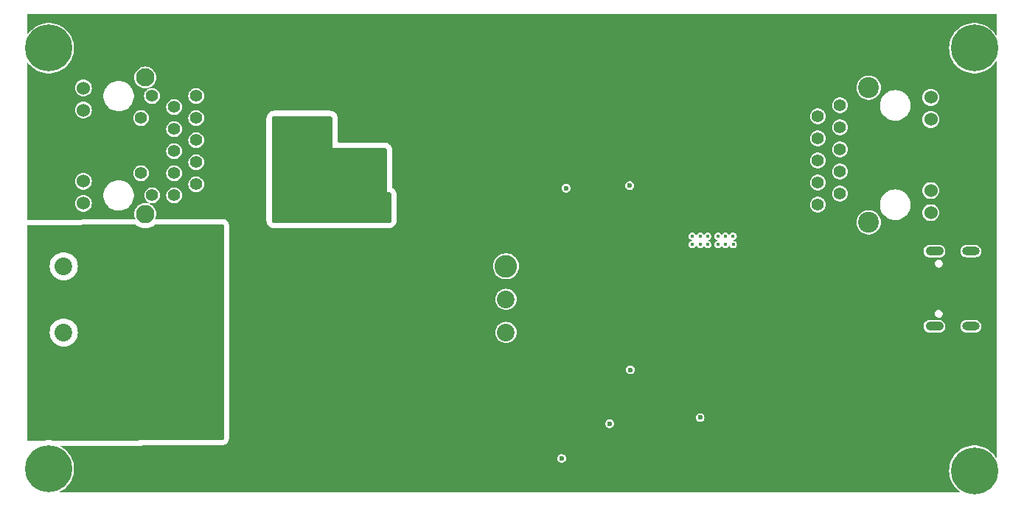
<source format=gbr>
%TF.GenerationSoftware,KiCad,Pcbnew,7.0.11+dfsg-1build4*%
%TF.CreationDate,2024-07-19T16:51:48+02:00*%
%TF.ProjectId,antmicro-poe-to-usbc-pd-adapter,616e746d-6963-4726-9f2d-706f652d746f,rev?*%
%TF.SameCoordinates,Original*%
%TF.FileFunction,Copper,L2,Inr*%
%TF.FilePolarity,Positive*%
%FSLAX46Y46*%
G04 Gerber Fmt 4.6, Leading zero omitted, Abs format (unit mm)*
G04 Created by KiCad (PCBNEW 7.0.11+dfsg-1build4) date 2024-07-19 16:51:48 commit  9a9195e *
%MOMM*%
%LPD*%
G01*
G04 APERTURE LIST*
%TA.AperFunction,ComponentPad*%
%ADD10C,5.400000*%
%TD*%
%TA.AperFunction,ComponentPad*%
%ADD11C,0.400000*%
%TD*%
%TA.AperFunction,ComponentPad*%
%ADD12C,0.450000*%
%TD*%
%TA.AperFunction,ComponentPad*%
%ADD13C,1.408000*%
%TD*%
%TA.AperFunction,ComponentPad*%
%ADD14C,1.530000*%
%TD*%
%TA.AperFunction,ComponentPad*%
%ADD15C,2.400000*%
%TD*%
%TA.AperFunction,ComponentPad*%
%ADD16C,1.397000*%
%TD*%
%TA.AperFunction,ComponentPad*%
%ADD17C,1.524000*%
%TD*%
%TA.AperFunction,ComponentPad*%
%ADD18C,2.100000*%
%TD*%
%TA.AperFunction,ComponentPad*%
%ADD19C,2.108200*%
%TD*%
%TA.AperFunction,ComponentPad*%
%ADD20O,2.100000X1.050000*%
%TD*%
%TA.AperFunction,ComponentPad*%
%ADD21O,2.000000X1.000000*%
%TD*%
%TA.AperFunction,ComponentPad*%
%ADD22C,2.030000*%
%TD*%
%TA.AperFunction,ComponentPad*%
%ADD23C,2.590000*%
%TD*%
%TA.AperFunction,ViaPad*%
%ADD24C,0.600000*%
%TD*%
G04 APERTURE END LIST*
D10*
%TO.N,N/C*%
%TO.C,REF\u002A\u002A*%
X237800000Y-177000000D03*
%TD*%
D11*
%TO.N,GND*%
%TO.C,U2*%
X193940000Y-168240000D03*
X192670000Y-168240000D03*
X193940000Y-169540000D03*
X192670000Y-169540000D03*
%TD*%
D12*
%TO.N,/USBPD_output/DRAIN2*%
%TO.C,U6*%
X205424000Y-150998000D03*
X206301000Y-150998000D03*
X207175000Y-150998000D03*
X205424000Y-150048000D03*
X206301000Y-150048000D03*
X207174000Y-150048000D03*
%TO.N,/USBPD_output/DRAIN1*%
X208349000Y-150998000D03*
X209226000Y-150998000D03*
X210101000Y-150998000D03*
X208349000Y-150048000D03*
X209226000Y-150048000D03*
X210100000Y-150048000D03*
%TO.N,GND*%
X209073000Y-148799000D03*
X206430000Y-148797000D03*
X207751000Y-148797000D03*
X205247000Y-147599000D03*
X206424000Y-147599000D03*
X209073000Y-147599000D03*
X210247000Y-147599000D03*
X207751000Y-147597000D03*
X206424000Y-146399000D03*
X207750000Y-146399000D03*
X209073000Y-146399000D03*
%TD*%
D13*
%TO.N,/PoE_supply/MDI0_P*%
%TO.C,J2*%
X219829000Y-146405000D03*
%TO.N,/PoE_supply/MDI0_N*%
X222370000Y-145135000D03*
%TO.N,/PoE_supply/MDI1_P*%
X219829000Y-143865000D03*
%TO.N,/PoE_supply/MDI2_P*%
X222370000Y-142595000D03*
%TO.N,/PoE_supply/MDI2_N*%
X219829000Y-141325000D03*
%TO.N,/PoE_supply/MDI1_N*%
X222370000Y-140054000D03*
%TO.N,/PoE_supply/MDI3_P*%
X219829000Y-138785000D03*
%TO.N,/PoE_supply/MDI3_N*%
X222370000Y-137514000D03*
%TO.N,Net-(J2-VCC)*%
X219829000Y-136245000D03*
%TO.N,Net-(J2-GND)*%
X222370000Y-134975000D03*
D14*
%TO.N,unconnected-(J2-LED1_Y+-Pad11)*%
X232800000Y-147320000D03*
%TO.N,unconnected-(J2-LED1_Y--Pad12)*%
X232800000Y-144780000D03*
%TO.N,unconnected-(J2-LED2_G+-Pad13)*%
X232800000Y-136600000D03*
%TO.N,unconnected-(J2-LED2_G--Pad14)*%
X232800000Y-134059000D03*
D15*
%TO.N,Net-(C36-Pad1)*%
X225671000Y-148435000D03*
X225671000Y-132943000D03*
%TD*%
D10*
%TO.N,N/C*%
%TO.C,REF\u002A\u002A*%
X131500000Y-176800000D03*
%TD*%
%TO.N,N/C*%
%TO.C,REF\u002A\u002A*%
X237800000Y-128400000D03*
%TD*%
%TO.N,N/C*%
%TO.C,REF\u002A\u002A*%
X131500000Y-128400000D03*
%TD*%
D16*
%TO.N,/PoE_supply/MDI0_P*%
%TO.C,J1*%
X148434000Y-133903000D03*
%TO.N,/PoE_supply/MDI0_N*%
X145895000Y-135172000D03*
%TO.N,/PoE_supply/MDI1_P*%
X148434000Y-136442000D03*
%TO.N,/PoE_supply/P4*%
X145895000Y-137712000D03*
X148434000Y-138981000D03*
%TO.N,/PoE_supply/MDI1_N*%
X145895000Y-140252000D03*
%TO.N,/PoE_supply/MDI2_P*%
X148434000Y-141521000D03*
%TO.N,/PoE_supply/MDI2_N*%
X145895000Y-142793000D03*
%TO.N,/PoE_supply/MDI3_P*%
X148434000Y-144062000D03*
%TO.N,/PoE_supply/MDI3_N*%
X145895000Y-145332000D03*
%TO.N,/PoE_supply/VC1*%
X143356000Y-133903000D03*
%TO.N,/PoE_supply/VC2*%
X142095000Y-136442000D03*
%TO.N,/PoE_supply/VC3*%
X142095000Y-142793000D03*
%TO.N,/PoE_supply/VC4*%
X143364000Y-145332000D03*
D17*
%TO.N,unconnected-(J1-LED_GRN+-Pad15)*%
X135476000Y-132976000D03*
%TO.N,unconnected-(J1-LED_GRN--Pad16)*%
X135476000Y-135517000D03*
%TO.N,unconnected-(J1-LED_YEL+-Pad17)*%
X135476000Y-143717000D03*
%TO.N,unconnected-(J1-LED_YEL--Pad18)*%
X135476000Y-146258000D03*
D18*
%TO.N,Net-(C35-Pad1)*%
X142584000Y-131767000D03*
D19*
X142584000Y-147466000D03*
%TD*%
D11*
%TO.N,GND*%
%TO.C,U7*%
X192165000Y-148860000D03*
X192165000Y-150130000D03*
X193465000Y-148860000D03*
X193465000Y-150130000D03*
%TD*%
D20*
%TO.N,Net-(FB1-Pad1)*%
%TO.C,J3*%
X233219000Y-160400000D03*
D21*
X237400000Y-160400000D03*
D20*
X233219000Y-151759000D03*
D21*
X237400000Y-151759000D03*
%TD*%
D22*
%TO.N,/PoE_supply/VDD*%
%TO.C,U4*%
X133220000Y-153480000D03*
%TO.N,Net-(Q1-D)*%
X133220000Y-161100000D03*
%TO.N,GNDD*%
X133220000Y-168720000D03*
D23*
%TO.N,GND*%
X184020000Y-168720000D03*
D22*
X184020000Y-164910000D03*
%TO.N,Net-(U4-TRIM)*%
X184020000Y-161100000D03*
%TO.N,+28V*%
X184020000Y-157290000D03*
D23*
X184020000Y-153480000D03*
%TD*%
D24*
%TO.N,VBUS*%
X190400000Y-175600000D03*
X206300000Y-170900000D03*
%TO.N,Net-(D5-C)*%
X198208334Y-144200000D03*
X190908334Y-144500000D03*
%TO.N,Net-(D4-C)*%
X198300000Y-165400000D03*
X195900000Y-171600000D03*
%TD*%
%TA.AperFunction,Conductor*%
%TO.N,/PoE_supply/VSS*%
G36*
X163909011Y-136220191D02*
G01*
X164002435Y-136278036D01*
X164068654Y-136365724D01*
X164098725Y-136471412D01*
X164100000Y-136499000D01*
X164100000Y-139850000D01*
X170051000Y-139850000D01*
X170159011Y-139870191D01*
X170252435Y-139928036D01*
X170318654Y-140015724D01*
X170348725Y-140121412D01*
X170350000Y-140149000D01*
X170350000Y-144950000D01*
X170551000Y-144950000D01*
X170659011Y-144970191D01*
X170752435Y-145028036D01*
X170818654Y-145115724D01*
X170848725Y-145221412D01*
X170850000Y-145249000D01*
X170850000Y-148201000D01*
X170829809Y-148309011D01*
X170771964Y-148402435D01*
X170684276Y-148468654D01*
X170578588Y-148498725D01*
X170551000Y-148500000D01*
X157399000Y-148500000D01*
X157290989Y-148479809D01*
X157197565Y-148421964D01*
X157131346Y-148334276D01*
X157101275Y-148228588D01*
X157100000Y-148201000D01*
X157100000Y-136499000D01*
X157120191Y-136390989D01*
X157178036Y-136297565D01*
X157265724Y-136231346D01*
X157371412Y-136201275D01*
X157399000Y-136200000D01*
X163801000Y-136200000D01*
X163909011Y-136220191D01*
G37*
%TD.AperFunction*%
%TD*%
%TA.AperFunction,Conductor*%
%TO.N,GND*%
G36*
X240381487Y-124518513D02*
G01*
X240399500Y-124562000D01*
X240399500Y-126871943D01*
X240381487Y-126915430D01*
X240338000Y-126933443D01*
X240294513Y-126915430D01*
X240284739Y-126902693D01*
X240227440Y-126803448D01*
X240128036Y-126669925D01*
X240025681Y-126532438D01*
X240025678Y-126532435D01*
X239793817Y-126286677D01*
X239534994Y-126069498D01*
X239534991Y-126069496D01*
X239534989Y-126069494D01*
X239252713Y-125883838D01*
X239252710Y-125883837D01*
X238950788Y-125732205D01*
X238950774Y-125732199D01*
X238633279Y-125616640D01*
X238304525Y-125538724D01*
X237968936Y-125499500D01*
X237968935Y-125499500D01*
X237631065Y-125499500D01*
X237631063Y-125499500D01*
X237295474Y-125538724D01*
X236966720Y-125616640D01*
X236649225Y-125732199D01*
X236649211Y-125732205D01*
X236347289Y-125883837D01*
X236347286Y-125883838D01*
X236065010Y-126069494D01*
X236065008Y-126069496D01*
X235806182Y-126286678D01*
X235806176Y-126286684D01*
X235574321Y-126532435D01*
X235574318Y-126532438D01*
X235372559Y-126803449D01*
X235203619Y-127096063D01*
X235069802Y-127406287D01*
X235069800Y-127406292D01*
X234972901Y-127729956D01*
X234914228Y-128062707D01*
X234894584Y-128400000D01*
X234914228Y-128737292D01*
X234972901Y-129070043D01*
X235069800Y-129393707D01*
X235069802Y-129393712D01*
X235203619Y-129703936D01*
X235203622Y-129703941D01*
X235203625Y-129703948D01*
X235372560Y-129996552D01*
X235406297Y-130041868D01*
X235574318Y-130267561D01*
X235574321Y-130267564D01*
X235574322Y-130267565D01*
X235806183Y-130513323D01*
X236065006Y-130730502D01*
X236065008Y-130730503D01*
X236065010Y-130730505D01*
X236347286Y-130916161D01*
X236347288Y-130916161D01*
X236347292Y-130916164D01*
X236434820Y-130960122D01*
X236649211Y-131067794D01*
X236649218Y-131067797D01*
X236649224Y-131067800D01*
X236966717Y-131183358D01*
X236966720Y-131183359D01*
X237295474Y-131261275D01*
X237295477Y-131261275D01*
X237295480Y-131261276D01*
X237631063Y-131300499D01*
X237631063Y-131300500D01*
X237631065Y-131300500D01*
X237968937Y-131300500D01*
X237968936Y-131300499D01*
X238304520Y-131261276D01*
X238304523Y-131261275D01*
X238304525Y-131261275D01*
X238633279Y-131183359D01*
X238633279Y-131183358D01*
X238633283Y-131183358D01*
X238950776Y-131067800D01*
X239252708Y-130916164D01*
X239534994Y-130730502D01*
X239793817Y-130513323D01*
X240025678Y-130267565D01*
X240227440Y-129996552D01*
X240284740Y-129897305D01*
X240322082Y-129868652D01*
X240368750Y-129874795D01*
X240397404Y-129912138D01*
X240399500Y-129928056D01*
X240399500Y-175471943D01*
X240381487Y-175515430D01*
X240338000Y-175533443D01*
X240294513Y-175515430D01*
X240284739Y-175502693D01*
X240280905Y-175496052D01*
X240227440Y-175403448D01*
X240128036Y-175269925D01*
X240025681Y-175132438D01*
X240025678Y-175132435D01*
X239836987Y-174932435D01*
X239793817Y-174886677D01*
X239534994Y-174669498D01*
X239534991Y-174669496D01*
X239534989Y-174669494D01*
X239252713Y-174483838D01*
X239252710Y-174483837D01*
X238950788Y-174332205D01*
X238950774Y-174332199D01*
X238633279Y-174216640D01*
X238304525Y-174138724D01*
X237968936Y-174099500D01*
X237968935Y-174099500D01*
X237631065Y-174099500D01*
X237631063Y-174099500D01*
X237295474Y-174138724D01*
X236966720Y-174216640D01*
X236649225Y-174332199D01*
X236649211Y-174332205D01*
X236347289Y-174483837D01*
X236347286Y-174483838D01*
X236065010Y-174669494D01*
X236065008Y-174669496D01*
X235806182Y-174886678D01*
X235806176Y-174886684D01*
X235574321Y-175132435D01*
X235574318Y-175132438D01*
X235372559Y-175403449D01*
X235203619Y-175696063D01*
X235069802Y-176006287D01*
X235069800Y-176006292D01*
X234972901Y-176329956D01*
X234914228Y-176662707D01*
X234894584Y-177000000D01*
X234914228Y-177337292D01*
X234972901Y-177670043D01*
X235069800Y-177993707D01*
X235069802Y-177993712D01*
X235203619Y-178303936D01*
X235203622Y-178303941D01*
X235203625Y-178303948D01*
X235323824Y-178512138D01*
X235372559Y-178596550D01*
X235574318Y-178867561D01*
X235574321Y-178867564D01*
X235574322Y-178867565D01*
X235806183Y-179113323D01*
X236065006Y-179330502D01*
X236150326Y-179386618D01*
X236176760Y-179425564D01*
X236167914Y-179471795D01*
X236128967Y-179498229D01*
X236116531Y-179499500D01*
X132847145Y-179499500D01*
X132803658Y-179481487D01*
X132785645Y-179438000D01*
X132803658Y-179394513D01*
X132819544Y-179383042D01*
X132864265Y-179360581D01*
X132952708Y-179316164D01*
X133234994Y-179130502D01*
X133493817Y-178913323D01*
X133725678Y-178667565D01*
X133927440Y-178396552D01*
X134096375Y-178103948D01*
X134230198Y-177793711D01*
X134327100Y-177470035D01*
X134385771Y-177137298D01*
X134405416Y-176800000D01*
X134385771Y-176462702D01*
X134327100Y-176129965D01*
X134327098Y-176129961D01*
X134327098Y-176129956D01*
X134230199Y-175806292D01*
X134230197Y-175806287D01*
X134141214Y-175600000D01*
X189894353Y-175600000D01*
X189914835Y-175742457D01*
X189914836Y-175742461D01*
X189974622Y-175873371D01*
X189974622Y-175873372D01*
X189974623Y-175873373D01*
X190068872Y-175982143D01*
X190189947Y-176059953D01*
X190328039Y-176100500D01*
X190471961Y-176100500D01*
X190610053Y-176059953D01*
X190731128Y-175982143D01*
X190825377Y-175873373D01*
X190885165Y-175742457D01*
X190905647Y-175600000D01*
X190885165Y-175457543D01*
X190825377Y-175326627D01*
X190731128Y-175217857D01*
X190731125Y-175217855D01*
X190731124Y-175217854D01*
X190610055Y-175140048D01*
X190610048Y-175140045D01*
X190521076Y-175113921D01*
X190471961Y-175099500D01*
X190328039Y-175099500D01*
X190189951Y-175140045D01*
X190189944Y-175140048D01*
X190068875Y-175217854D01*
X190068874Y-175217855D01*
X189974622Y-175326627D01*
X189974622Y-175326628D01*
X189914836Y-175457538D01*
X189914835Y-175457542D01*
X189894353Y-175599999D01*
X189894353Y-175600000D01*
X134141214Y-175600000D01*
X134096380Y-175496063D01*
X134096378Y-175496061D01*
X134096375Y-175496052D01*
X133927440Y-175203448D01*
X133828036Y-175069925D01*
X133725681Y-174932438D01*
X133725678Y-174932435D01*
X133682508Y-174886678D01*
X133493817Y-174686677D01*
X133234994Y-174469498D01*
X133234991Y-174469496D01*
X133234989Y-174469494D01*
X132952713Y-174283838D01*
X132952710Y-174283837D01*
X132887594Y-174251134D01*
X132856816Y-174215520D01*
X132860237Y-174168575D01*
X132895851Y-174137797D01*
X132914928Y-174134677D01*
X151479091Y-174056018D01*
X151552131Y-174047929D01*
X151606495Y-174041910D01*
X151657465Y-174030708D01*
X151657466Y-174030707D01*
X151657478Y-174030705D01*
X151792081Y-173983958D01*
X151924030Y-173896924D01*
X151976834Y-173851169D01*
X151998154Y-173831787D01*
X152097338Y-173708710D01*
X152161287Y-173564157D01*
X152180972Y-173497118D01*
X152184868Y-173483239D01*
X152205500Y-173326524D01*
X152205500Y-171600000D01*
X195394353Y-171600000D01*
X195414835Y-171742457D01*
X195414836Y-171742461D01*
X195474622Y-171873371D01*
X195474622Y-171873372D01*
X195474623Y-171873373D01*
X195568872Y-171982143D01*
X195689947Y-172059953D01*
X195828039Y-172100500D01*
X195971961Y-172100500D01*
X196110053Y-172059953D01*
X196231128Y-171982143D01*
X196325377Y-171873373D01*
X196385165Y-171742457D01*
X196405647Y-171600000D01*
X196385165Y-171457543D01*
X196325377Y-171326627D01*
X196231128Y-171217857D01*
X196231125Y-171217855D01*
X196231124Y-171217854D01*
X196110055Y-171140048D01*
X196110048Y-171140045D01*
X196021076Y-171113921D01*
X195971961Y-171099500D01*
X195828039Y-171099500D01*
X195689951Y-171140045D01*
X195689944Y-171140048D01*
X195568875Y-171217854D01*
X195568874Y-171217855D01*
X195474622Y-171326627D01*
X195474622Y-171326628D01*
X195414836Y-171457538D01*
X195414835Y-171457542D01*
X195394353Y-171599999D01*
X195394353Y-171600000D01*
X152205500Y-171600000D01*
X152205500Y-170900000D01*
X205794353Y-170900000D01*
X205814835Y-171042457D01*
X205814836Y-171042461D01*
X205874622Y-171173371D01*
X205874622Y-171173372D01*
X205874623Y-171173373D01*
X205968872Y-171282143D01*
X206089947Y-171359953D01*
X206228039Y-171400500D01*
X206371961Y-171400500D01*
X206510053Y-171359953D01*
X206631128Y-171282143D01*
X206725377Y-171173373D01*
X206785165Y-171042457D01*
X206805647Y-170900000D01*
X206785165Y-170757543D01*
X206725377Y-170626627D01*
X206631128Y-170517857D01*
X206631125Y-170517855D01*
X206631124Y-170517854D01*
X206510055Y-170440048D01*
X206510048Y-170440045D01*
X206421076Y-170413921D01*
X206371961Y-170399500D01*
X206228039Y-170399500D01*
X206089951Y-170440045D01*
X206089944Y-170440048D01*
X205968875Y-170517854D01*
X205968874Y-170517855D01*
X205874622Y-170626627D01*
X205874622Y-170626628D01*
X205814836Y-170757538D01*
X205814835Y-170757542D01*
X205794353Y-170899999D01*
X205794353Y-170900000D01*
X152205500Y-170900000D01*
X152205500Y-165400000D01*
X197794353Y-165400000D01*
X197814835Y-165542457D01*
X197814836Y-165542461D01*
X197874622Y-165673371D01*
X197874622Y-165673372D01*
X197874623Y-165673373D01*
X197968872Y-165782143D01*
X198089947Y-165859953D01*
X198228039Y-165900500D01*
X198371961Y-165900500D01*
X198510053Y-165859953D01*
X198631128Y-165782143D01*
X198725377Y-165673373D01*
X198785165Y-165542457D01*
X198805647Y-165400000D01*
X198785165Y-165257543D01*
X198725377Y-165126627D01*
X198631128Y-165017857D01*
X198631125Y-165017855D01*
X198631124Y-165017854D01*
X198510055Y-164940048D01*
X198510048Y-164940045D01*
X198421076Y-164913921D01*
X198371961Y-164899500D01*
X198228039Y-164899500D01*
X198089951Y-164940045D01*
X198089944Y-164940048D01*
X197968875Y-165017854D01*
X197968874Y-165017855D01*
X197874622Y-165126627D01*
X197874622Y-165126628D01*
X197814836Y-165257538D01*
X197814835Y-165257542D01*
X197794353Y-165399999D01*
X197794353Y-165400000D01*
X152205500Y-165400000D01*
X152205500Y-161100000D01*
X182799857Y-161100000D01*
X182818393Y-161311872D01*
X182818395Y-161311881D01*
X182873440Y-161517312D01*
X182963324Y-161710070D01*
X182963326Y-161710073D01*
X183085314Y-161884291D01*
X183085316Y-161884293D01*
X183235707Y-162034684D01*
X183409928Y-162156675D01*
X183602687Y-162246559D01*
X183808124Y-162301606D01*
X184020000Y-162320143D01*
X184231876Y-162301606D01*
X184437313Y-162246559D01*
X184630072Y-162156675D01*
X184804293Y-162034684D01*
X184954684Y-161884293D01*
X185076675Y-161710072D01*
X185166559Y-161517313D01*
X185221606Y-161311876D01*
X185240143Y-161100000D01*
X185221606Y-160888124D01*
X185166559Y-160682687D01*
X185076675Y-160489929D01*
X185043445Y-160442471D01*
X231964797Y-160442471D01*
X231994246Y-160609489D01*
X231994248Y-160609495D01*
X232061419Y-160765216D01*
X232061419Y-160765217D01*
X232087950Y-160800854D01*
X232162698Y-160901258D01*
X232292617Y-161010273D01*
X232292618Y-161010273D01*
X232292620Y-161010275D01*
X232368737Y-161048501D01*
X232444175Y-161086388D01*
X232609201Y-161125500D01*
X232609205Y-161125500D01*
X233786258Y-161125500D01*
X233786257Y-161125499D01*
X233912451Y-161110750D01*
X234071820Y-161052744D01*
X234213517Y-160959549D01*
X234329902Y-160836188D01*
X234414701Y-160689312D01*
X234414702Y-160689310D01*
X234463341Y-160526844D01*
X234463342Y-160526837D01*
X234465775Y-160485056D01*
X236199500Y-160485056D01*
X236209800Y-160526844D01*
X236240208Y-160650221D01*
X236319267Y-160800854D01*
X236432071Y-160928183D01*
X236572059Y-161024812D01*
X236572066Y-161024815D01*
X236572070Y-161024818D01*
X236645706Y-161052744D01*
X236731122Y-161085138D01*
X236731123Y-161085138D01*
X236731128Y-161085140D01*
X236857628Y-161100500D01*
X237942372Y-161100500D01*
X238068872Y-161085140D01*
X238068877Y-161085138D01*
X238068879Y-161085138D01*
X238154294Y-161052744D01*
X238227930Y-161024818D01*
X238227935Y-161024813D01*
X238227940Y-161024812D01*
X238322488Y-160959549D01*
X238367929Y-160928183D01*
X238480734Y-160800852D01*
X238559790Y-160650225D01*
X238600500Y-160485056D01*
X238600500Y-160314944D01*
X238569829Y-160190504D01*
X238559791Y-160149778D01*
X238559790Y-160149777D01*
X238559790Y-160149775D01*
X238480734Y-159999148D01*
X238480732Y-159999146D01*
X238480732Y-159999145D01*
X238367928Y-159871816D01*
X238227940Y-159775187D01*
X238227931Y-159775183D01*
X238227930Y-159775182D01*
X238227925Y-159775180D01*
X238068877Y-159714861D01*
X238068873Y-159714860D01*
X238068872Y-159714860D01*
X237942372Y-159699500D01*
X236857628Y-159699500D01*
X236731128Y-159714860D01*
X236731126Y-159714860D01*
X236731123Y-159714861D01*
X236731120Y-159714861D01*
X236572074Y-159775180D01*
X236572059Y-159775187D01*
X236432071Y-159871816D01*
X236319267Y-159999145D01*
X236240208Y-160149778D01*
X236209800Y-160273155D01*
X236199500Y-160314944D01*
X236199500Y-160485056D01*
X234465775Y-160485056D01*
X234473203Y-160357529D01*
X234443753Y-160190508D01*
X234376580Y-160034783D01*
X234376580Y-160034782D01*
X234275304Y-159898745D01*
X234275302Y-159898742D01*
X234145383Y-159789727D01*
X234145381Y-159789726D01*
X234145379Y-159789724D01*
X233993829Y-159713614D01*
X233993823Y-159713611D01*
X233828800Y-159674500D01*
X233828799Y-159674500D01*
X232651744Y-159674500D01*
X232651742Y-159674500D01*
X232525554Y-159689249D01*
X232525551Y-159689249D01*
X232525549Y-159689250D01*
X232525545Y-159689251D01*
X232525543Y-159689252D01*
X232366180Y-159747255D01*
X232366176Y-159747257D01*
X232224489Y-159840446D01*
X232224484Y-159840449D01*
X232224483Y-159840451D01*
X232224479Y-159840454D01*
X232224478Y-159840456D01*
X232108101Y-159963807D01*
X232108096Y-159963814D01*
X232023298Y-160110689D01*
X232023297Y-160110689D01*
X231974658Y-160273155D01*
X231974657Y-160273162D01*
X231964797Y-160442471D01*
X185043445Y-160442471D01*
X184954684Y-160315707D01*
X184804293Y-160165316D01*
X184804291Y-160165314D01*
X184630073Y-160043326D01*
X184630072Y-160043325D01*
X184630070Y-160043324D01*
X184437312Y-159953440D01*
X184231881Y-159898395D01*
X184231872Y-159898393D01*
X184020000Y-159879857D01*
X183808127Y-159898393D01*
X183808118Y-159898395D01*
X183602687Y-159953440D01*
X183409930Y-160043324D01*
X183409927Y-160043326D01*
X183235706Y-160165316D01*
X183085316Y-160315706D01*
X182963326Y-160489927D01*
X182963324Y-160489930D01*
X182873440Y-160682687D01*
X182818395Y-160888118D01*
X182818393Y-160888127D01*
X182799857Y-161100000D01*
X152205500Y-161100000D01*
X152205500Y-158935950D01*
X233264685Y-158935950D01*
X233274833Y-159071377D01*
X233324446Y-159197791D01*
X233324447Y-159197793D01*
X233324448Y-159197794D01*
X233409121Y-159303970D01*
X233521327Y-159380472D01*
X233651098Y-159420500D01*
X233651100Y-159420500D01*
X233752762Y-159420500D01*
X233853287Y-159405348D01*
X233975642Y-159346425D01*
X234075194Y-159254055D01*
X234143096Y-159136445D01*
X234173315Y-159004046D01*
X234163166Y-158868622D01*
X234113553Y-158742208D01*
X234113552Y-158742207D01*
X234113552Y-158742206D01*
X234028879Y-158636030D01*
X233916673Y-158559528D01*
X233786902Y-158519500D01*
X233685238Y-158519500D01*
X233685236Y-158519500D01*
X233584715Y-158534651D01*
X233462357Y-158593575D01*
X233362805Y-158685946D01*
X233362804Y-158685947D01*
X233294904Y-158803552D01*
X233294903Y-158803555D01*
X233264685Y-158935950D01*
X152205500Y-158935950D01*
X152205500Y-157290000D01*
X182799857Y-157290000D01*
X182818393Y-157501872D01*
X182818395Y-157501881D01*
X182873440Y-157707312D01*
X182963324Y-157900070D01*
X182963326Y-157900073D01*
X183085314Y-158074291D01*
X183085316Y-158074293D01*
X183235707Y-158224684D01*
X183409928Y-158346675D01*
X183602687Y-158436559D01*
X183808124Y-158491606D01*
X184020000Y-158510143D01*
X184231876Y-158491606D01*
X184437313Y-158436559D01*
X184630072Y-158346675D01*
X184804293Y-158224684D01*
X184954684Y-158074293D01*
X185076675Y-157900072D01*
X185166559Y-157707313D01*
X185221606Y-157501876D01*
X185240143Y-157290000D01*
X185221606Y-157078124D01*
X185166559Y-156872687D01*
X185076675Y-156679929D01*
X184954684Y-156505707D01*
X184804293Y-156355316D01*
X184804291Y-156355314D01*
X184630073Y-156233326D01*
X184630072Y-156233325D01*
X184630070Y-156233324D01*
X184437312Y-156143440D01*
X184231881Y-156088395D01*
X184231872Y-156088393D01*
X184020000Y-156069857D01*
X183808127Y-156088393D01*
X183808118Y-156088395D01*
X183602687Y-156143440D01*
X183409930Y-156233324D01*
X183409927Y-156233326D01*
X183235706Y-156355316D01*
X183085316Y-156505706D01*
X182963326Y-156679927D01*
X182963324Y-156679930D01*
X182873440Y-156872687D01*
X182818395Y-157078118D01*
X182818393Y-157078127D01*
X182799857Y-157290000D01*
X152205500Y-157290000D01*
X152205500Y-153480000D01*
X182519375Y-153480000D01*
X182539841Y-153726993D01*
X182539843Y-153727002D01*
X182600681Y-153967246D01*
X182600684Y-153967256D01*
X182700238Y-154194214D01*
X182700242Y-154194223D01*
X182835791Y-154401696D01*
X182835796Y-154401703D01*
X183003654Y-154584046D01*
X183003656Y-154584047D01*
X183003656Y-154584048D01*
X183199228Y-154736267D01*
X183199236Y-154736273D01*
X183417206Y-154854232D01*
X183651618Y-154934706D01*
X183651621Y-154934707D01*
X183896077Y-154975500D01*
X183896079Y-154975500D01*
X184143922Y-154975500D01*
X184388378Y-154934707D01*
X184388379Y-154934706D01*
X184388382Y-154934706D01*
X184622794Y-154854232D01*
X184840764Y-154736273D01*
X185036346Y-154584046D01*
X185204204Y-154401703D01*
X185339760Y-154194219D01*
X185439317Y-153967252D01*
X185500158Y-153726995D01*
X185520625Y-153480000D01*
X185500158Y-153233005D01*
X185480392Y-153154950D01*
X233264685Y-153154950D01*
X233274833Y-153290377D01*
X233324446Y-153416791D01*
X233324447Y-153416793D01*
X233324448Y-153416794D01*
X233409121Y-153522970D01*
X233521327Y-153599472D01*
X233651098Y-153639500D01*
X233651100Y-153639500D01*
X233752762Y-153639500D01*
X233853287Y-153624348D01*
X233975642Y-153565425D01*
X234075194Y-153473055D01*
X234143096Y-153355445D01*
X234173315Y-153223046D01*
X234163166Y-153087622D01*
X234113553Y-152961208D01*
X234113552Y-152961207D01*
X234113552Y-152961206D01*
X234028879Y-152855030D01*
X233916673Y-152778528D01*
X233786902Y-152738500D01*
X233685238Y-152738500D01*
X233685236Y-152738500D01*
X233584715Y-152753651D01*
X233462357Y-152812575D01*
X233362805Y-152904946D01*
X233362804Y-152904947D01*
X233294904Y-153022552D01*
X233294903Y-153022555D01*
X233264685Y-153154950D01*
X185480392Y-153154950D01*
X185439317Y-152992748D01*
X185339760Y-152765781D01*
X185321936Y-152738500D01*
X185204208Y-152558303D01*
X185204204Y-152558297D01*
X185136268Y-152484499D01*
X185036346Y-152375954D01*
X185036343Y-152375951D01*
X184840771Y-152223732D01*
X184840767Y-152223729D01*
X184840765Y-152223728D01*
X184840764Y-152223727D01*
X184622794Y-152105768D01*
X184612116Y-152102102D01*
X184388378Y-152025292D01*
X184143923Y-151984500D01*
X184143921Y-151984500D01*
X183896079Y-151984500D01*
X183896077Y-151984500D01*
X183651621Y-152025292D01*
X183417208Y-152105767D01*
X183199232Y-152223729D01*
X183199228Y-152223732D01*
X183003656Y-152375951D01*
X183003656Y-152375952D01*
X182835795Y-152558297D01*
X182835791Y-152558303D01*
X182700242Y-152765776D01*
X182700238Y-152765785D01*
X182600684Y-152992743D01*
X182600681Y-152992753D01*
X182539843Y-153232997D01*
X182539841Y-153233006D01*
X182519375Y-153480000D01*
X152205500Y-153480000D01*
X152205500Y-151801471D01*
X231964797Y-151801471D01*
X231994246Y-151968489D01*
X231994248Y-151968495D01*
X232061419Y-152124216D01*
X232061419Y-152124217D01*
X232087950Y-152159854D01*
X232162698Y-152260258D01*
X232292617Y-152369273D01*
X232292618Y-152369273D01*
X232292620Y-152369275D01*
X232368737Y-152407501D01*
X232444175Y-152445388D01*
X232609201Y-152484500D01*
X232609205Y-152484500D01*
X233786258Y-152484500D01*
X233786257Y-152484499D01*
X233912451Y-152469750D01*
X234071820Y-152411744D01*
X234213517Y-152318549D01*
X234329902Y-152195188D01*
X234414701Y-152048312D01*
X234414702Y-152048310D01*
X234463341Y-151885844D01*
X234463342Y-151885837D01*
X234465775Y-151844056D01*
X236199500Y-151844056D01*
X236209800Y-151885844D01*
X236240208Y-152009221D01*
X236319267Y-152159854D01*
X236432071Y-152287183D01*
X236572059Y-152383812D01*
X236572066Y-152383815D01*
X236572070Y-152383818D01*
X236645706Y-152411744D01*
X236731122Y-152444138D01*
X236731123Y-152444138D01*
X236731128Y-152444140D01*
X236857628Y-152459500D01*
X237942372Y-152459500D01*
X238068872Y-152444140D01*
X238068877Y-152444138D01*
X238068879Y-152444138D01*
X238154294Y-152411744D01*
X238227930Y-152383818D01*
X238227935Y-152383813D01*
X238227940Y-152383812D01*
X238322488Y-152318549D01*
X238367929Y-152287183D01*
X238480734Y-152159852D01*
X238559790Y-152009225D01*
X238600500Y-151844056D01*
X238600500Y-151673944D01*
X238559790Y-151508775D01*
X238480734Y-151358148D01*
X238480732Y-151358146D01*
X238480732Y-151358145D01*
X238367928Y-151230816D01*
X238227940Y-151134187D01*
X238227931Y-151134183D01*
X238227930Y-151134182D01*
X238219872Y-151131126D01*
X238068877Y-151073861D01*
X238068873Y-151073860D01*
X238068872Y-151073860D01*
X237942372Y-151058500D01*
X236857628Y-151058500D01*
X236731128Y-151073860D01*
X236731126Y-151073860D01*
X236731123Y-151073861D01*
X236731120Y-151073861D01*
X236572074Y-151134180D01*
X236572059Y-151134187D01*
X236432071Y-151230816D01*
X236319267Y-151358145D01*
X236240208Y-151508778D01*
X236209800Y-151632155D01*
X236199500Y-151673944D01*
X236199500Y-151844056D01*
X234465775Y-151844056D01*
X234473203Y-151716529D01*
X234443753Y-151549508D01*
X234376580Y-151393783D01*
X234376580Y-151393782D01*
X234275304Y-151257745D01*
X234275302Y-151257742D01*
X234145383Y-151148727D01*
X234145381Y-151148726D01*
X234145379Y-151148724D01*
X233993829Y-151072614D01*
X233993823Y-151072611D01*
X233828800Y-151033500D01*
X233828799Y-151033500D01*
X232651744Y-151033500D01*
X232651742Y-151033500D01*
X232525554Y-151048249D01*
X232525551Y-151048249D01*
X232525549Y-151048250D01*
X232525545Y-151048251D01*
X232525543Y-151048252D01*
X232366180Y-151106255D01*
X232366176Y-151106257D01*
X232224489Y-151199446D01*
X232224484Y-151199449D01*
X232224483Y-151199451D01*
X232224479Y-151199454D01*
X232224478Y-151199456D01*
X232108101Y-151322807D01*
X232108096Y-151322814D01*
X232023298Y-151469689D01*
X232023297Y-151469689D01*
X231974658Y-151632155D01*
X231974657Y-151632162D01*
X231964797Y-151801471D01*
X152205500Y-151801471D01*
X152205500Y-150998000D01*
X204993196Y-150998000D01*
X205014280Y-151131125D01*
X205075471Y-151251220D01*
X205170779Y-151346528D01*
X205263519Y-151393781D01*
X205290874Y-151407719D01*
X205424000Y-151428804D01*
X205557126Y-151407719D01*
X205677220Y-151346528D01*
X205677221Y-151346528D01*
X205772528Y-151251221D01*
X205772528Y-151251220D01*
X205807703Y-151182185D01*
X205843495Y-151151615D01*
X205890420Y-151155308D01*
X205917297Y-151182185D01*
X205952471Y-151251220D01*
X206047779Y-151346528D01*
X206140519Y-151393781D01*
X206167874Y-151407719D01*
X206301000Y-151428804D01*
X206434126Y-151407719D01*
X206554220Y-151346528D01*
X206554221Y-151346528D01*
X206649528Y-151251221D01*
X206649528Y-151251220D01*
X206683203Y-151185129D01*
X206718995Y-151154559D01*
X206765920Y-151158252D01*
X206792797Y-151185129D01*
X206826471Y-151251220D01*
X206921779Y-151346528D01*
X207014519Y-151393781D01*
X207041874Y-151407719D01*
X207175000Y-151428804D01*
X207308126Y-151407719D01*
X207428220Y-151346528D01*
X207428221Y-151346528D01*
X207523528Y-151251221D01*
X207523528Y-151251220D01*
X207549903Y-151199456D01*
X207584719Y-151131126D01*
X207605804Y-150998000D01*
X207918196Y-150998000D01*
X207939280Y-151131125D01*
X208000471Y-151251220D01*
X208095779Y-151346528D01*
X208188519Y-151393781D01*
X208215874Y-151407719D01*
X208349000Y-151428804D01*
X208482126Y-151407719D01*
X208602220Y-151346528D01*
X208602221Y-151346528D01*
X208697528Y-151251221D01*
X208697528Y-151251220D01*
X208732703Y-151182185D01*
X208768495Y-151151615D01*
X208815420Y-151155308D01*
X208842297Y-151182185D01*
X208877471Y-151251220D01*
X208972779Y-151346528D01*
X209065519Y-151393781D01*
X209092874Y-151407719D01*
X209226000Y-151428804D01*
X209359126Y-151407719D01*
X209479220Y-151346528D01*
X209479221Y-151346528D01*
X209574528Y-151251221D01*
X209574528Y-151251220D01*
X209608703Y-151184148D01*
X209644495Y-151153578D01*
X209691420Y-151157271D01*
X209718297Y-151184148D01*
X209752471Y-151251220D01*
X209847779Y-151346528D01*
X209940519Y-151393781D01*
X209967874Y-151407719D01*
X210101000Y-151428804D01*
X210234126Y-151407719D01*
X210354220Y-151346528D01*
X210354221Y-151346528D01*
X210449528Y-151251221D01*
X210449528Y-151251220D01*
X210475903Y-151199456D01*
X210510719Y-151131126D01*
X210531804Y-150998000D01*
X210510719Y-150864874D01*
X210484703Y-150813814D01*
X210449528Y-150744779D01*
X210354220Y-150649471D01*
X210234125Y-150588280D01*
X210204973Y-150583663D01*
X210164840Y-150559068D01*
X210153852Y-150513298D01*
X210178447Y-150473165D01*
X210204974Y-150462177D01*
X210233126Y-150457719D01*
X210353220Y-150396528D01*
X210353221Y-150396528D01*
X210448528Y-150301221D01*
X210448528Y-150301220D01*
X210483703Y-150232185D01*
X210509719Y-150181126D01*
X210530804Y-150048000D01*
X210509719Y-149914874D01*
X210469276Y-149835500D01*
X210448528Y-149794779D01*
X210353220Y-149699471D01*
X210233125Y-149638280D01*
X210100000Y-149617196D01*
X209966874Y-149638280D01*
X209846779Y-149699471D01*
X209846779Y-149699472D01*
X209751472Y-149794779D01*
X209751471Y-149794779D01*
X209717797Y-149860870D01*
X209682005Y-149891440D01*
X209635080Y-149887747D01*
X209608203Y-149860870D01*
X209574528Y-149794779D01*
X209479220Y-149699471D01*
X209359125Y-149638280D01*
X209226000Y-149617196D01*
X209092874Y-149638280D01*
X208972779Y-149699471D01*
X208972779Y-149699472D01*
X208877472Y-149794779D01*
X208877471Y-149794779D01*
X208842297Y-149863814D01*
X208806505Y-149894384D01*
X208759580Y-149890691D01*
X208732703Y-149863814D01*
X208697528Y-149794779D01*
X208602220Y-149699471D01*
X208482125Y-149638280D01*
X208349000Y-149617196D01*
X208215874Y-149638280D01*
X208095779Y-149699471D01*
X208095779Y-149699472D01*
X208000472Y-149794779D01*
X208000471Y-149794779D01*
X207939280Y-149914874D01*
X207918196Y-150048000D01*
X207939280Y-150181125D01*
X208000471Y-150301220D01*
X208095779Y-150396528D01*
X208215874Y-150457719D01*
X208244525Y-150462257D01*
X208284659Y-150486851D01*
X208295647Y-150532621D01*
X208271053Y-150572755D01*
X208244525Y-150583743D01*
X208215874Y-150588280D01*
X208095779Y-150649471D01*
X208095779Y-150649472D01*
X208000472Y-150744779D01*
X208000471Y-150744779D01*
X207939280Y-150864874D01*
X207918196Y-150998000D01*
X207605804Y-150998000D01*
X207584719Y-150864874D01*
X207558703Y-150813814D01*
X207523528Y-150744779D01*
X207428220Y-150649471D01*
X207308125Y-150588280D01*
X207278973Y-150583663D01*
X207238840Y-150559068D01*
X207227852Y-150513298D01*
X207252447Y-150473165D01*
X207278974Y-150462177D01*
X207307126Y-150457719D01*
X207427220Y-150396528D01*
X207427221Y-150396528D01*
X207522528Y-150301221D01*
X207522528Y-150301220D01*
X207557703Y-150232185D01*
X207583719Y-150181126D01*
X207604804Y-150048000D01*
X207583719Y-149914874D01*
X207543276Y-149835500D01*
X207522528Y-149794779D01*
X207427220Y-149699471D01*
X207307125Y-149638280D01*
X207174000Y-149617196D01*
X207040874Y-149638280D01*
X206920779Y-149699471D01*
X206920779Y-149699472D01*
X206825472Y-149794779D01*
X206825471Y-149794779D01*
X206792297Y-149859889D01*
X206756505Y-149890459D01*
X206709580Y-149886766D01*
X206682703Y-149859889D01*
X206649528Y-149794779D01*
X206554220Y-149699471D01*
X206434125Y-149638280D01*
X206301000Y-149617196D01*
X206167874Y-149638280D01*
X206047779Y-149699471D01*
X206047779Y-149699472D01*
X205952472Y-149794779D01*
X205952471Y-149794779D01*
X205917297Y-149863814D01*
X205881505Y-149894384D01*
X205834580Y-149890691D01*
X205807703Y-149863814D01*
X205772528Y-149794779D01*
X205677220Y-149699471D01*
X205557125Y-149638280D01*
X205424000Y-149617196D01*
X205290874Y-149638280D01*
X205170779Y-149699471D01*
X205170779Y-149699472D01*
X205075472Y-149794779D01*
X205075471Y-149794779D01*
X205014280Y-149914874D01*
X204993196Y-150048000D01*
X205014280Y-150181125D01*
X205075471Y-150301220D01*
X205170779Y-150396528D01*
X205290874Y-150457719D01*
X205319525Y-150462257D01*
X205359659Y-150486851D01*
X205370647Y-150532621D01*
X205346053Y-150572755D01*
X205319525Y-150583743D01*
X205290874Y-150588280D01*
X205170779Y-150649471D01*
X205170779Y-150649472D01*
X205075472Y-150744779D01*
X205075471Y-150744779D01*
X205014280Y-150864874D01*
X204993196Y-150998000D01*
X152205500Y-150998000D01*
X152205500Y-148774526D01*
X152191388Y-148644564D01*
X152191386Y-148644557D01*
X152191386Y-148644552D01*
X152179962Y-148592572D01*
X152179961Y-148592569D01*
X152132093Y-148455671D01*
X152132091Y-148455665D01*
X152044500Y-148324086D01*
X152044494Y-148324079D01*
X152044491Y-148324075D01*
X151998532Y-148271487D01*
X151979045Y-148250232D01*
X151917420Y-148201000D01*
X156494500Y-148201000D01*
X156494854Y-148216322D01*
X156495147Y-148228988D01*
X156496420Y-148256541D01*
X156507438Y-148324086D01*
X156518890Y-148394292D01*
X156548961Y-148499980D01*
X156570170Y-148561677D01*
X156629508Y-148666307D01*
X156648145Y-148699168D01*
X156648145Y-148699169D01*
X156714348Y-148786837D01*
X156714368Y-148786863D01*
X156756427Y-148836726D01*
X156756438Y-148836737D01*
X156878802Y-148936765D01*
X156878810Y-148936769D01*
X156878813Y-148936772D01*
X156903170Y-148951853D01*
X156972230Y-148994613D01*
X156972234Y-148994615D01*
X156972237Y-148994617D01*
X157029472Y-149025922D01*
X157179727Y-149074999D01*
X157287738Y-149095190D01*
X157399000Y-149105500D01*
X157399005Y-149105500D01*
X170550982Y-149105500D01*
X170551000Y-149105500D01*
X170578954Y-149104854D01*
X170606542Y-149103579D01*
X170744292Y-149081110D01*
X170849980Y-149051039D01*
X170911677Y-149029830D01*
X171049172Y-148951853D01*
X171136860Y-148885634D01*
X171186731Y-148843568D01*
X171233085Y-148786863D01*
X171286765Y-148721197D01*
X171286767Y-148721192D01*
X171286772Y-148721187D01*
X171344617Y-148627763D01*
X171375922Y-148570528D01*
X171420189Y-148435000D01*
X224265700Y-148435000D01*
X224284866Y-148666307D01*
X224341842Y-148891297D01*
X224341844Y-148891304D01*
X224435073Y-149103844D01*
X224435078Y-149103853D01*
X224562016Y-149298146D01*
X224562021Y-149298153D01*
X224719216Y-149468913D01*
X224719218Y-149468914D01*
X224719218Y-149468915D01*
X224902366Y-149611464D01*
X224902374Y-149611470D01*
X225106497Y-149721936D01*
X225326019Y-149797298D01*
X225326021Y-149797298D01*
X225326023Y-149797299D01*
X225440485Y-149816399D01*
X225554947Y-149835499D01*
X225554949Y-149835500D01*
X225554951Y-149835500D01*
X225787051Y-149835500D01*
X225787051Y-149835499D01*
X225958955Y-149806813D01*
X226015976Y-149797299D01*
X226015976Y-149797298D01*
X226015981Y-149797298D01*
X226235503Y-149721936D01*
X226439626Y-149611470D01*
X226622784Y-149468913D01*
X226779979Y-149298153D01*
X226906924Y-149103849D01*
X227000157Y-148891300D01*
X227057134Y-148666305D01*
X227076300Y-148435000D01*
X227057134Y-148203695D01*
X227000157Y-147978700D01*
X226906924Y-147766151D01*
X226858351Y-147691805D01*
X226779983Y-147571853D01*
X226779979Y-147571847D01*
X226722373Y-147509270D01*
X226622784Y-147401087D01*
X226622781Y-147401084D01*
X226439633Y-147258535D01*
X226439629Y-147258532D01*
X226439627Y-147258531D01*
X226439626Y-147258530D01*
X226235503Y-147148064D01*
X226044519Y-147082499D01*
X226015976Y-147072700D01*
X225787052Y-147034500D01*
X225787049Y-147034500D01*
X225554951Y-147034500D01*
X225554947Y-147034500D01*
X225326023Y-147072700D01*
X225106499Y-147148063D01*
X225106497Y-147148063D01*
X225106497Y-147148064D01*
X225100078Y-147151538D01*
X224902370Y-147258532D01*
X224902366Y-147258535D01*
X224719218Y-147401084D01*
X224719218Y-147401085D01*
X224562020Y-147571847D01*
X224562016Y-147571853D01*
X224435078Y-147766146D01*
X224435073Y-147766155D01*
X224341844Y-147978695D01*
X224341842Y-147978702D01*
X224284866Y-148203692D01*
X224265700Y-148434999D01*
X224265700Y-148435000D01*
X171420189Y-148435000D01*
X171424999Y-148420273D01*
X171445190Y-148312262D01*
X171455500Y-148201000D01*
X171455500Y-146405001D01*
X218919518Y-146405001D01*
X218939391Y-146594091D01*
X218998146Y-146774919D01*
X218998150Y-146774926D01*
X219033588Y-146836306D01*
X219093214Y-146939580D01*
X219220438Y-147080877D01*
X219222672Y-147082500D01*
X219312912Y-147148064D01*
X219374259Y-147192635D01*
X219374262Y-147192636D01*
X219374265Y-147192638D01*
X219405564Y-147206573D01*
X219547955Y-147269969D01*
X219733933Y-147309500D01*
X219733934Y-147309500D01*
X219924066Y-147309500D01*
X219924067Y-147309500D01*
X220110045Y-147269969D01*
X220283741Y-147192635D01*
X220437562Y-147080877D01*
X220564786Y-146939580D01*
X220659853Y-146774920D01*
X220718608Y-146594092D01*
X220724694Y-146536183D01*
X226969500Y-146536183D01*
X227008603Y-146795612D01*
X227008604Y-146795615D01*
X227085937Y-147046323D01*
X227199772Y-147282704D01*
X227347567Y-147499479D01*
X227526019Y-147691805D01*
X227731143Y-147855386D01*
X227958357Y-147986568D01*
X228202584Y-148082420D01*
X228202588Y-148082421D01*
X228202587Y-148082421D01*
X228260749Y-148095696D01*
X228458370Y-148140802D01*
X228654505Y-148155499D01*
X228654505Y-148155500D01*
X228654506Y-148155500D01*
X228785495Y-148155500D01*
X228785494Y-148155499D01*
X228981630Y-148140802D01*
X229237416Y-148082420D01*
X229481643Y-147986568D01*
X229708857Y-147855386D01*
X229913981Y-147691805D01*
X230092433Y-147499479D01*
X230214800Y-147320000D01*
X231829828Y-147320000D01*
X231848469Y-147509270D01*
X231903676Y-147691265D01*
X231903677Y-147691268D01*
X231903678Y-147691269D01*
X231924180Y-147729627D01*
X231991399Y-147855386D01*
X231993331Y-147858999D01*
X232113985Y-148006015D01*
X232261001Y-148126669D01*
X232428731Y-148216322D01*
X232428733Y-148216322D01*
X232428734Y-148216323D01*
X232561316Y-148256541D01*
X232610729Y-148271530D01*
X232800000Y-148290172D01*
X232989271Y-148271530D01*
X233171269Y-148216322D01*
X233338999Y-148126669D01*
X233486015Y-148006015D01*
X233606669Y-147858999D01*
X233696322Y-147691269D01*
X233751530Y-147509271D01*
X233770172Y-147320000D01*
X233751530Y-147130729D01*
X233733927Y-147072700D01*
X233696323Y-146948734D01*
X233696322Y-146948733D01*
X233696322Y-146948731D01*
X233606669Y-146781001D01*
X233486015Y-146633985D01*
X233338999Y-146513331D01*
X233338998Y-146513330D01*
X233171265Y-146423676D01*
X232989270Y-146368469D01*
X232800000Y-146349828D01*
X232610729Y-146368469D01*
X232428734Y-146423676D01*
X232261001Y-146513330D01*
X232113985Y-146633985D01*
X231993330Y-146781001D01*
X231903676Y-146948734D01*
X231848469Y-147130729D01*
X231829828Y-147320000D01*
X230214800Y-147320000D01*
X230240228Y-147282704D01*
X230354063Y-147046323D01*
X230431396Y-146795615D01*
X230470500Y-146536182D01*
X230470500Y-146273818D01*
X230431396Y-146014385D01*
X230354063Y-145763677D01*
X230240228Y-145527296D01*
X230092433Y-145310521D01*
X229913981Y-145118195D01*
X229708857Y-144954614D01*
X229481643Y-144823432D01*
X229481639Y-144823430D01*
X229481637Y-144823429D01*
X229370980Y-144780000D01*
X231829828Y-144780000D01*
X231848469Y-144969270D01*
X231903676Y-145151265D01*
X231988214Y-145309427D01*
X231993331Y-145318999D01*
X232113985Y-145466015D01*
X232261001Y-145586669D01*
X232428731Y-145676322D01*
X232428733Y-145676322D01*
X232428734Y-145676323D01*
X232505693Y-145699668D01*
X232610729Y-145731530D01*
X232800000Y-145750172D01*
X232989271Y-145731530D01*
X233171269Y-145676322D01*
X233338999Y-145586669D01*
X233486015Y-145466015D01*
X233606669Y-145318999D01*
X233696322Y-145151269D01*
X233751530Y-144969271D01*
X233770172Y-144780000D01*
X233751530Y-144590729D01*
X233715931Y-144473373D01*
X233696323Y-144408734D01*
X233696322Y-144408733D01*
X233696322Y-144408731D01*
X233606669Y-144241001D01*
X233486015Y-144093985D01*
X233338999Y-143973331D01*
X233338998Y-143973330D01*
X233171265Y-143883676D01*
X232989270Y-143828469D01*
X232800000Y-143809828D01*
X232610729Y-143828469D01*
X232428734Y-143883676D01*
X232261001Y-143973330D01*
X232113985Y-144093985D01*
X231993330Y-144241001D01*
X231903676Y-144408734D01*
X231848469Y-144590729D01*
X231829828Y-144780000D01*
X229370980Y-144780000D01*
X229368478Y-144779018D01*
X229237416Y-144727580D01*
X229237411Y-144727578D01*
X229237412Y-144727578D01*
X228981631Y-144669198D01*
X228981629Y-144669197D01*
X228785494Y-144654500D01*
X228654506Y-144654500D01*
X228654505Y-144654500D01*
X228458370Y-144669197D01*
X228458368Y-144669198D01*
X228202589Y-144727578D01*
X227958362Y-144823429D01*
X227958359Y-144823431D01*
X227731144Y-144954613D01*
X227526020Y-145118194D01*
X227347567Y-145310521D01*
X227199774Y-145527292D01*
X227085939Y-145763672D01*
X227008603Y-146014387D01*
X226969500Y-146273816D01*
X226969500Y-146536183D01*
X220724694Y-146536183D01*
X220738482Y-146405000D01*
X220729171Y-146316414D01*
X220718608Y-146215908D01*
X220659853Y-146035080D01*
X220659849Y-146035073D01*
X220594934Y-145922638D01*
X220564786Y-145870420D01*
X220437562Y-145729123D01*
X220397018Y-145699666D01*
X220283746Y-145617368D01*
X220283734Y-145617361D01*
X220110045Y-145540031D01*
X220110046Y-145540031D01*
X220015534Y-145519942D01*
X219924067Y-145500500D01*
X219733933Y-145500500D01*
X219547953Y-145540031D01*
X219374265Y-145617361D01*
X219374253Y-145617368D01*
X219220437Y-145729123D01*
X219093212Y-145870422D01*
X218998150Y-146035073D01*
X218998146Y-146035080D01*
X218939391Y-146215908D01*
X218919518Y-146404998D01*
X218919518Y-146405001D01*
X171455500Y-146405001D01*
X171455500Y-145249000D01*
X171454854Y-145221046D01*
X171453579Y-145193458D01*
X171444044Y-145135001D01*
X221460518Y-145135001D01*
X221480391Y-145324091D01*
X221539146Y-145504919D01*
X221539150Y-145504926D01*
X221559418Y-145540031D01*
X221634214Y-145669580D01*
X221680221Y-145720676D01*
X221761437Y-145810876D01*
X221843391Y-145870420D01*
X221915259Y-145922635D01*
X221915262Y-145922636D01*
X221915265Y-145922638D01*
X221979879Y-145951405D01*
X222088955Y-145999969D01*
X222274933Y-146039500D01*
X222274934Y-146039500D01*
X222465066Y-146039500D01*
X222465067Y-146039500D01*
X222651045Y-145999969D01*
X222824741Y-145922635D01*
X222978562Y-145810877D01*
X223105786Y-145669580D01*
X223200853Y-145504920D01*
X223259608Y-145324092D01*
X223279482Y-145135000D01*
X223259608Y-144945908D01*
X223200853Y-144765080D01*
X223105786Y-144600420D01*
X222978562Y-144459123D01*
X222938018Y-144429666D01*
X222824746Y-144347368D01*
X222824734Y-144347361D01*
X222651045Y-144270031D01*
X222651046Y-144270031D01*
X222514470Y-144241001D01*
X222465067Y-144230500D01*
X222274933Y-144230500D01*
X222088953Y-144270031D01*
X221915265Y-144347361D01*
X221915253Y-144347368D01*
X221761437Y-144459123D01*
X221634212Y-144600422D01*
X221539150Y-144765073D01*
X221539146Y-144765080D01*
X221480391Y-144945908D01*
X221460518Y-145134998D01*
X221460518Y-145135001D01*
X171444044Y-145135001D01*
X171431110Y-145055708D01*
X171401039Y-144950020D01*
X171379830Y-144888323D01*
X171301853Y-144750828D01*
X171240208Y-144669197D01*
X171235651Y-144663162D01*
X171235631Y-144663136D01*
X171193572Y-144613273D01*
X171193561Y-144613262D01*
X171071197Y-144513234D01*
X171071186Y-144513227D01*
X171049824Y-144500000D01*
X190402687Y-144500000D01*
X190423169Y-144642457D01*
X190423170Y-144642461D01*
X190482956Y-144773371D01*
X190482956Y-144773372D01*
X190482957Y-144773373D01*
X190577206Y-144882143D01*
X190698281Y-144959953D01*
X190836373Y-145000500D01*
X190980295Y-145000500D01*
X191118387Y-144959953D01*
X191239462Y-144882143D01*
X191333711Y-144773373D01*
X191393499Y-144642457D01*
X191413981Y-144500000D01*
X191393499Y-144357543D01*
X191386609Y-144342457D01*
X191344359Y-144249943D01*
X191333711Y-144226627D01*
X191310639Y-144200000D01*
X197702687Y-144200000D01*
X197723169Y-144342457D01*
X197723170Y-144342461D01*
X197782956Y-144473371D01*
X197782956Y-144473372D01*
X197782957Y-144473373D01*
X197877206Y-144582143D01*
X197998281Y-144659953D01*
X198136373Y-144700500D01*
X198280295Y-144700500D01*
X198418387Y-144659953D01*
X198539462Y-144582143D01*
X198633711Y-144473373D01*
X198693499Y-144342457D01*
X198713981Y-144200000D01*
X198693499Y-144057543D01*
X198687859Y-144045194D01*
X198633711Y-143926628D01*
X198633711Y-143926627D01*
X198615562Y-143905682D01*
X198580312Y-143865001D01*
X218919518Y-143865001D01*
X218939391Y-144054091D01*
X218998146Y-144234919D01*
X218998150Y-144234926D01*
X219093212Y-144399577D01*
X219093214Y-144399580D01*
X219183632Y-144500000D01*
X219220437Y-144540876D01*
X219360255Y-144642461D01*
X219374259Y-144652635D01*
X219374262Y-144652636D01*
X219374265Y-144652638D01*
X219397903Y-144663162D01*
X219547955Y-144729969D01*
X219733933Y-144769500D01*
X219733934Y-144769500D01*
X219924066Y-144769500D01*
X219924067Y-144769500D01*
X220110045Y-144729969D01*
X220283741Y-144652635D01*
X220437562Y-144540877D01*
X220564786Y-144399580D01*
X220659853Y-144234920D01*
X220718608Y-144054092D01*
X220738482Y-143865000D01*
X220718608Y-143675908D01*
X220659853Y-143495080D01*
X220564786Y-143330420D01*
X220437562Y-143189123D01*
X220398397Y-143160668D01*
X220283746Y-143077368D01*
X220283734Y-143077361D01*
X220110045Y-143000031D01*
X220110046Y-143000031D01*
X220017056Y-142980265D01*
X219924067Y-142960500D01*
X219733933Y-142960500D01*
X219547953Y-143000031D01*
X219374265Y-143077361D01*
X219374253Y-143077368D01*
X219220437Y-143189123D01*
X219093212Y-143330422D01*
X218998150Y-143495073D01*
X218998146Y-143495080D01*
X218939391Y-143675908D01*
X218919518Y-143864998D01*
X218919518Y-143865001D01*
X198580312Y-143865001D01*
X198539462Y-143817857D01*
X198539459Y-143817855D01*
X198539458Y-143817854D01*
X198418389Y-143740048D01*
X198418382Y-143740045D01*
X198329410Y-143713921D01*
X198280295Y-143699500D01*
X198136373Y-143699500D01*
X197998285Y-143740045D01*
X197998278Y-143740048D01*
X197877209Y-143817854D01*
X197877208Y-143817855D01*
X197782956Y-143926627D01*
X197782956Y-143926628D01*
X197723170Y-144057538D01*
X197723169Y-144057542D01*
X197702687Y-144199999D01*
X197702687Y-144200000D01*
X191310639Y-144200000D01*
X191239462Y-144117857D01*
X191239459Y-144117855D01*
X191239458Y-144117854D01*
X191118389Y-144040048D01*
X191118382Y-144040045D01*
X191029410Y-144013921D01*
X190980295Y-143999500D01*
X190836373Y-143999500D01*
X190698285Y-144040045D01*
X190698278Y-144040048D01*
X190577209Y-144117854D01*
X190577208Y-144117855D01*
X190482956Y-144226627D01*
X190482956Y-144226628D01*
X190423170Y-144357538D01*
X190423169Y-144357542D01*
X190402687Y-144499999D01*
X190402687Y-144500000D01*
X171049824Y-144500000D01*
X170984624Y-144459630D01*
X170957134Y-144421422D01*
X170955500Y-144407342D01*
X170955500Y-142595001D01*
X221460518Y-142595001D01*
X221480391Y-142784091D01*
X221539146Y-142964919D01*
X221539150Y-142964926D01*
X221604065Y-143077361D01*
X221634214Y-143129580D01*
X221679321Y-143179676D01*
X221761437Y-143270876D01*
X221866057Y-143346888D01*
X221915259Y-143382635D01*
X221915262Y-143382636D01*
X221915265Y-143382638D01*
X221932324Y-143390233D01*
X222088955Y-143459969D01*
X222274933Y-143499500D01*
X222274934Y-143499500D01*
X222465066Y-143499500D01*
X222465067Y-143499500D01*
X222651045Y-143459969D01*
X222824741Y-143382635D01*
X222978562Y-143270877D01*
X223105786Y-143129580D01*
X223200853Y-142964920D01*
X223259608Y-142784092D01*
X223279482Y-142595000D01*
X223259608Y-142405908D01*
X223200853Y-142225080D01*
X223105786Y-142060420D01*
X222978562Y-141919123D01*
X222824746Y-141807368D01*
X222824734Y-141807361D01*
X222651045Y-141730031D01*
X222651046Y-141730031D01*
X222551829Y-141708942D01*
X222465067Y-141690500D01*
X222274933Y-141690500D01*
X222088953Y-141730031D01*
X221915265Y-141807361D01*
X221915253Y-141807368D01*
X221761437Y-141919123D01*
X221634212Y-142060422D01*
X221539150Y-142225073D01*
X221539146Y-142225080D01*
X221480391Y-142405908D01*
X221460518Y-142594998D01*
X221460518Y-142595001D01*
X170955500Y-142595001D01*
X170955500Y-141325001D01*
X218919518Y-141325001D01*
X218939391Y-141514091D01*
X218998146Y-141694919D01*
X218998150Y-141694926D01*
X219006243Y-141708943D01*
X219093214Y-141859580D01*
X219204613Y-141983302D01*
X219220437Y-142000876D01*
X219302391Y-142060420D01*
X219374259Y-142112635D01*
X219374262Y-142112636D01*
X219374265Y-142112638D01*
X219393577Y-142121236D01*
X219547955Y-142189969D01*
X219733933Y-142229500D01*
X219733934Y-142229500D01*
X219924066Y-142229500D01*
X219924067Y-142229500D01*
X220110045Y-142189969D01*
X220283741Y-142112635D01*
X220437562Y-142000877D01*
X220564786Y-141859580D01*
X220659853Y-141694920D01*
X220718608Y-141514092D01*
X220738482Y-141325000D01*
X220718608Y-141135908D01*
X220659853Y-140955080D01*
X220564786Y-140790420D01*
X220437562Y-140649123D01*
X220397018Y-140619666D01*
X220283746Y-140537368D01*
X220283734Y-140537361D01*
X220110045Y-140460031D01*
X220110046Y-140460031D01*
X220015534Y-140439942D01*
X219924067Y-140420500D01*
X219733933Y-140420500D01*
X219547953Y-140460031D01*
X219374265Y-140537361D01*
X219374253Y-140537368D01*
X219220437Y-140649123D01*
X219093212Y-140790422D01*
X218998150Y-140955073D01*
X218998146Y-140955080D01*
X218939391Y-141135908D01*
X218919518Y-141324998D01*
X218919518Y-141325001D01*
X170955500Y-141325001D01*
X170955500Y-140149017D01*
X170955500Y-140149000D01*
X170954854Y-140121046D01*
X170953579Y-140093458D01*
X170947143Y-140054001D01*
X221460518Y-140054001D01*
X221480391Y-140243091D01*
X221539146Y-140423919D01*
X221539150Y-140423926D01*
X221634212Y-140588577D01*
X221634214Y-140588580D01*
X221761438Y-140729877D01*
X221915259Y-140841635D01*
X221915262Y-140841636D01*
X221915265Y-140841638D01*
X221932324Y-140849233D01*
X222088955Y-140918969D01*
X222274933Y-140958500D01*
X222274934Y-140958500D01*
X222465066Y-140958500D01*
X222465067Y-140958500D01*
X222651045Y-140918969D01*
X222824741Y-140841635D01*
X222978562Y-140729877D01*
X223105786Y-140588580D01*
X223200853Y-140423920D01*
X223259608Y-140243092D01*
X223279482Y-140054000D01*
X223259608Y-139864908D01*
X223200853Y-139684080D01*
X223105786Y-139519420D01*
X222978562Y-139378123D01*
X222824746Y-139266368D01*
X222824734Y-139266361D01*
X222651045Y-139189031D01*
X222651046Y-139189031D01*
X222556534Y-139168942D01*
X222465067Y-139149500D01*
X222274933Y-139149500D01*
X222088953Y-139189031D01*
X221915265Y-139266361D01*
X221915253Y-139266368D01*
X221761437Y-139378123D01*
X221634212Y-139519422D01*
X221539150Y-139684073D01*
X221539146Y-139684080D01*
X221480391Y-139864908D01*
X221460518Y-140053998D01*
X221460518Y-140054001D01*
X170947143Y-140054001D01*
X170931110Y-139955708D01*
X170901039Y-139850020D01*
X170879830Y-139788323D01*
X170801853Y-139650828D01*
X170764175Y-139600935D01*
X170735651Y-139563162D01*
X170735631Y-139563136D01*
X170693572Y-139513273D01*
X170693561Y-139513262D01*
X170571197Y-139413234D01*
X170571190Y-139413230D01*
X170477769Y-139355386D01*
X170460288Y-139345825D01*
X170420528Y-139324078D01*
X170406748Y-139319577D01*
X170270272Y-139275000D01*
X170162259Y-139254809D01*
X170051004Y-139244500D01*
X170051000Y-139244500D01*
X164767000Y-139244500D01*
X164723513Y-139226487D01*
X164705500Y-139183000D01*
X164705500Y-138785001D01*
X218919518Y-138785001D01*
X218939391Y-138974091D01*
X218998146Y-139154919D01*
X218998150Y-139154926D01*
X219067476Y-139275001D01*
X219093214Y-139319580D01*
X219158683Y-139392291D01*
X219220437Y-139460876D01*
X219361220Y-139563162D01*
X219374259Y-139572635D01*
X219374262Y-139572636D01*
X219374265Y-139572638D01*
X219391324Y-139580233D01*
X219547955Y-139649969D01*
X219733933Y-139689500D01*
X219733934Y-139689500D01*
X219924066Y-139689500D01*
X219924067Y-139689500D01*
X220110045Y-139649969D01*
X220283741Y-139572635D01*
X220437562Y-139460877D01*
X220564786Y-139319580D01*
X220659853Y-139154920D01*
X220718608Y-138974092D01*
X220738482Y-138785000D01*
X220718608Y-138595908D01*
X220659853Y-138415080D01*
X220564786Y-138250420D01*
X220437562Y-138109123D01*
X220397018Y-138079666D01*
X220283746Y-137997368D01*
X220283734Y-137997361D01*
X220110045Y-137920031D01*
X220110046Y-137920031D01*
X220015534Y-137899942D01*
X219924067Y-137880500D01*
X219733933Y-137880500D01*
X219547953Y-137920031D01*
X219374265Y-137997361D01*
X219374253Y-137997368D01*
X219220437Y-138109123D01*
X219093212Y-138250422D01*
X218998150Y-138415073D01*
X218998146Y-138415080D01*
X218939391Y-138595908D01*
X218919518Y-138784998D01*
X218919518Y-138785001D01*
X164705500Y-138785001D01*
X164705500Y-137514001D01*
X221460518Y-137514001D01*
X221480391Y-137703091D01*
X221539146Y-137883919D01*
X221539150Y-137883926D01*
X221634212Y-138048577D01*
X221634214Y-138048580D01*
X221761438Y-138189877D01*
X221915259Y-138301635D01*
X221915262Y-138301636D01*
X221915265Y-138301638D01*
X221932324Y-138309233D01*
X222088955Y-138378969D01*
X222274933Y-138418500D01*
X222274934Y-138418500D01*
X222465066Y-138418500D01*
X222465067Y-138418500D01*
X222651045Y-138378969D01*
X222824741Y-138301635D01*
X222978562Y-138189877D01*
X223105786Y-138048580D01*
X223200853Y-137883920D01*
X223259608Y-137703092D01*
X223279482Y-137514000D01*
X223259608Y-137324908D01*
X223200853Y-137144080D01*
X223197919Y-137138999D01*
X223140897Y-137040233D01*
X223105786Y-136979420D01*
X222978562Y-136838123D01*
X222824746Y-136726368D01*
X222824734Y-136726361D01*
X222651045Y-136649031D01*
X222651046Y-136649031D01*
X222558056Y-136629265D01*
X222465067Y-136609500D01*
X222274933Y-136609500D01*
X222088953Y-136649031D01*
X221915265Y-136726361D01*
X221915253Y-136726368D01*
X221761437Y-136838123D01*
X221634212Y-136979422D01*
X221539150Y-137144073D01*
X221539146Y-137144080D01*
X221480391Y-137324908D01*
X221460518Y-137513998D01*
X221460518Y-137514001D01*
X164705500Y-137514001D01*
X164705500Y-136499017D01*
X164705500Y-136499000D01*
X164704854Y-136471046D01*
X164703579Y-136443458D01*
X164681110Y-136305708D01*
X164663837Y-136245001D01*
X218919518Y-136245001D01*
X218939391Y-136434091D01*
X218998146Y-136614919D01*
X218998150Y-136614926D01*
X219062488Y-136726361D01*
X219093214Y-136779580D01*
X219220438Y-136920877D01*
X219374259Y-137032635D01*
X219374262Y-137032636D01*
X219374265Y-137032638D01*
X219391324Y-137040233D01*
X219547955Y-137109969D01*
X219733933Y-137149500D01*
X219733934Y-137149500D01*
X219924066Y-137149500D01*
X219924067Y-137149500D01*
X220110045Y-137109969D01*
X220283741Y-137032635D01*
X220437562Y-136920877D01*
X220564786Y-136779580D01*
X220659853Y-136614920D01*
X220718608Y-136434092D01*
X220738482Y-136245000D01*
X220736772Y-136228734D01*
X220718608Y-136055908D01*
X220659853Y-135875080D01*
X220659849Y-135875073D01*
X220594934Y-135762638D01*
X220564786Y-135710420D01*
X220437562Y-135569123D01*
X220397018Y-135539666D01*
X220283746Y-135457368D01*
X220283734Y-135457361D01*
X220110045Y-135380031D01*
X220110046Y-135380031D01*
X220015534Y-135359942D01*
X219924067Y-135340500D01*
X219733933Y-135340500D01*
X219547953Y-135380031D01*
X219374265Y-135457361D01*
X219374253Y-135457368D01*
X219220437Y-135569123D01*
X219093212Y-135710422D01*
X218998150Y-135875073D01*
X218998146Y-135875080D01*
X218939391Y-136055908D01*
X218919518Y-136244998D01*
X218919518Y-136245001D01*
X164663837Y-136245001D01*
X164651039Y-136200020D01*
X164629830Y-136138323D01*
X164551853Y-136000828D01*
X164485634Y-135913140D01*
X164483550Y-135910669D01*
X164443572Y-135863273D01*
X164443561Y-135863262D01*
X164321197Y-135763234D01*
X164321190Y-135763230D01*
X164227769Y-135705386D01*
X164210288Y-135695825D01*
X164170528Y-135674078D01*
X164158563Y-135670170D01*
X164020272Y-135625000D01*
X163912259Y-135604809D01*
X163801004Y-135594500D01*
X163801000Y-135594500D01*
X157399000Y-135594500D01*
X157371046Y-135595146D01*
X157371037Y-135595146D01*
X157371011Y-135595147D01*
X157343458Y-135596420D01*
X157205707Y-135618890D01*
X157100029Y-135648958D01*
X157100021Y-135648960D01*
X157100020Y-135648961D01*
X157086819Y-135653499D01*
X157038322Y-135670170D01*
X156900831Y-135748145D01*
X156900830Y-135748145D01*
X156813162Y-135814348D01*
X156813136Y-135814368D01*
X156763273Y-135856427D01*
X156763262Y-135856438D01*
X156663234Y-135978802D01*
X156663230Y-135978809D01*
X156605386Y-136072230D01*
X156574077Y-136129474D01*
X156525000Y-136279727D01*
X156504809Y-136387740D01*
X156495875Y-136484157D01*
X156494500Y-136499000D01*
X156494500Y-148201000D01*
X151917420Y-148201000D01*
X151855550Y-148151573D01*
X151855545Y-148151571D01*
X151710729Y-148088238D01*
X151710724Y-148088236D01*
X151643609Y-148068838D01*
X151641697Y-148068310D01*
X151629712Y-148065000D01*
X151629707Y-148064999D01*
X151629706Y-148064999D01*
X151629702Y-148064998D01*
X151472912Y-148045031D01*
X143779885Y-148077629D01*
X143736322Y-148059801D01*
X143718125Y-148016391D01*
X143723885Y-147990141D01*
X143767441Y-147896737D01*
X143824259Y-147684691D01*
X143843392Y-147466000D01*
X143824259Y-147247309D01*
X143767441Y-147035263D01*
X143674665Y-146836304D01*
X143548750Y-146656478D01*
X143393522Y-146501250D01*
X143213696Y-146375335D01*
X143213694Y-146375334D01*
X143213693Y-146375333D01*
X143087341Y-146316414D01*
X143055541Y-146281710D01*
X143057594Y-146234685D01*
X143092298Y-146202885D01*
X143126116Y-146200520D01*
X143269511Y-146231000D01*
X143269512Y-146231000D01*
X143458488Y-146231000D01*
X143458489Y-146231000D01*
X143643337Y-146191709D01*
X143815976Y-146114845D01*
X143968862Y-146003767D01*
X144095313Y-145863330D01*
X144189801Y-145699670D01*
X144248198Y-145519942D01*
X144267952Y-145332000D01*
X144991048Y-145332000D01*
X145010802Y-145519943D01*
X145069197Y-145699666D01*
X145069198Y-145699668D01*
X145069199Y-145699670D01*
X145163687Y-145863330D01*
X145290138Y-146003767D01*
X145443024Y-146114845D01*
X145443029Y-146114847D01*
X145443030Y-146114848D01*
X145507249Y-146143439D01*
X145615663Y-146191709D01*
X145800511Y-146231000D01*
X145800512Y-146231000D01*
X145989488Y-146231000D01*
X145989489Y-146231000D01*
X146174337Y-146191709D01*
X146346976Y-146114845D01*
X146499862Y-146003767D01*
X146626313Y-145863330D01*
X146720801Y-145699670D01*
X146779198Y-145519942D01*
X146798952Y-145332000D01*
X146779198Y-145144058D01*
X146720801Y-144964330D01*
X146626313Y-144800670D01*
X146504670Y-144665573D01*
X146499865Y-144660236D01*
X146499864Y-144660235D01*
X146499862Y-144660233D01*
X146346976Y-144549155D01*
X146346971Y-144549152D01*
X146346969Y-144549151D01*
X146174337Y-144472291D01*
X146174338Y-144472291D01*
X146037504Y-144443206D01*
X145989489Y-144433000D01*
X145800511Y-144433000D01*
X145615661Y-144472291D01*
X145443030Y-144549151D01*
X145443026Y-144549153D01*
X145443024Y-144549155D01*
X145290522Y-144659954D01*
X145290134Y-144660236D01*
X145182298Y-144780000D01*
X145163687Y-144800670D01*
X145138183Y-144844845D01*
X145069198Y-144964331D01*
X145069197Y-144964333D01*
X145010802Y-145144056D01*
X144991048Y-145331999D01*
X144991048Y-145332000D01*
X144267952Y-145332000D01*
X144248198Y-145144058D01*
X144189801Y-144964330D01*
X144095313Y-144800670D01*
X143973670Y-144665573D01*
X143968865Y-144660236D01*
X143968864Y-144660235D01*
X143968862Y-144660233D01*
X143815976Y-144549155D01*
X143815971Y-144549152D01*
X143815969Y-144549151D01*
X143643337Y-144472291D01*
X143643338Y-144472291D01*
X143506504Y-144443206D01*
X143458489Y-144433000D01*
X143269511Y-144433000D01*
X143084661Y-144472291D01*
X142912030Y-144549151D01*
X142912026Y-144549153D01*
X142912024Y-144549155D01*
X142759522Y-144659954D01*
X142759134Y-144660236D01*
X142651298Y-144780000D01*
X142632687Y-144800670D01*
X142607183Y-144844845D01*
X142538198Y-144964331D01*
X142538197Y-144964333D01*
X142479802Y-145144056D01*
X142460048Y-145331999D01*
X142460048Y-145332000D01*
X142479802Y-145519943D01*
X142538197Y-145699666D01*
X142538198Y-145699668D01*
X142538199Y-145699670D01*
X142632687Y-145863330D01*
X142759138Y-146003767D01*
X142912024Y-146114845D01*
X142912029Y-146114847D01*
X142912030Y-146114848D01*
X142988948Y-146149094D01*
X143021349Y-146183237D01*
X143020117Y-146230291D01*
X142985974Y-146262692D01*
X142948017Y-146264681D01*
X142802696Y-146225742D01*
X142802687Y-146225740D01*
X142584000Y-146206608D01*
X142365312Y-146225740D01*
X142365306Y-146225741D01*
X142153261Y-146282559D01*
X141954306Y-146375334D01*
X141954305Y-146375334D01*
X141774477Y-146501250D01*
X141619250Y-146656477D01*
X141493334Y-146836305D01*
X141493334Y-146836306D01*
X141400559Y-147035261D01*
X141343741Y-147247306D01*
X141343740Y-147247312D01*
X141324608Y-147466000D01*
X141343740Y-147684687D01*
X141343741Y-147684693D01*
X141400559Y-147896738D01*
X141448828Y-148000251D01*
X141450881Y-148047276D01*
X141419081Y-148081980D01*
X141393351Y-148087741D01*
X129121417Y-148139741D01*
X129121398Y-148139742D01*
X129068769Y-148145570D01*
X129023563Y-148132453D01*
X129000874Y-148091213D01*
X129000500Y-148084444D01*
X129000500Y-146258000D01*
X134508843Y-146258000D01*
X134527426Y-146446682D01*
X134582461Y-146628111D01*
X134664922Y-146782386D01*
X134671838Y-146795324D01*
X134792117Y-146941883D01*
X134938676Y-147062162D01*
X135105885Y-147151537D01*
X135287317Y-147206573D01*
X135476000Y-147225157D01*
X135664683Y-147206573D01*
X135846115Y-147151537D01*
X136013324Y-147062162D01*
X136159883Y-146941883D01*
X136280162Y-146795324D01*
X136369537Y-146628115D01*
X136424573Y-146446683D01*
X136443157Y-146258000D01*
X136424573Y-146069317D01*
X136369537Y-145887885D01*
X136280162Y-145720676D01*
X136159883Y-145574117D01*
X136024711Y-145463183D01*
X137783500Y-145463183D01*
X137822603Y-145722612D01*
X137822604Y-145722615D01*
X137899937Y-145973323D01*
X138013772Y-146209704D01*
X138161567Y-146426479D01*
X138340019Y-146618805D01*
X138545143Y-146782386D01*
X138772357Y-146913568D01*
X139016584Y-147009420D01*
X139016588Y-147009421D01*
X139016587Y-147009421D01*
X139110486Y-147030852D01*
X139272370Y-147067802D01*
X139468505Y-147082499D01*
X139468505Y-147082500D01*
X139468506Y-147082500D01*
X139599495Y-147082500D01*
X139599494Y-147082499D01*
X139795630Y-147067802D01*
X140051416Y-147009420D01*
X140295643Y-146913568D01*
X140522857Y-146782386D01*
X140727981Y-146618805D01*
X140906433Y-146426479D01*
X141054228Y-146209704D01*
X141168063Y-145973323D01*
X141245396Y-145722615D01*
X141284500Y-145463182D01*
X141284500Y-145200818D01*
X141245396Y-144941385D01*
X141168063Y-144690677D01*
X141054228Y-144454296D01*
X140906433Y-144237521D01*
X140743574Y-144062000D01*
X147530048Y-144062000D01*
X147549802Y-144249943D01*
X147608197Y-144429666D01*
X147608198Y-144429668D01*
X147608199Y-144429670D01*
X147702687Y-144593330D01*
X147829138Y-144733767D01*
X147982024Y-144844845D01*
X147982029Y-144844847D01*
X147982030Y-144844848D01*
X148046249Y-144873439D01*
X148154663Y-144921709D01*
X148339511Y-144961000D01*
X148339512Y-144961000D01*
X148528488Y-144961000D01*
X148528489Y-144961000D01*
X148713337Y-144921709D01*
X148885976Y-144844845D01*
X149038862Y-144733767D01*
X149165313Y-144593330D01*
X149259801Y-144429670D01*
X149318198Y-144249942D01*
X149337952Y-144062000D01*
X149337483Y-144057542D01*
X149323723Y-143926627D01*
X149318198Y-143874058D01*
X149259801Y-143694330D01*
X149165313Y-143530670D01*
X149038862Y-143390233D01*
X148885976Y-143279155D01*
X148885971Y-143279152D01*
X148885969Y-143279151D01*
X148713337Y-143202291D01*
X148713338Y-143202291D01*
X148606943Y-143179676D01*
X148528489Y-143163000D01*
X148339511Y-143163000D01*
X148154661Y-143202291D01*
X147982030Y-143279151D01*
X147982026Y-143279153D01*
X147982024Y-143279155D01*
X147839601Y-143382631D01*
X147829134Y-143390236D01*
X147730753Y-143499500D01*
X147702687Y-143530670D01*
X147664855Y-143596198D01*
X147608198Y-143694331D01*
X147608197Y-143694333D01*
X147549802Y-143874056D01*
X147530048Y-144061999D01*
X147530048Y-144062000D01*
X140743574Y-144062000D01*
X140727981Y-144045195D01*
X140522857Y-143881614D01*
X140295643Y-143750432D01*
X140295639Y-143750430D01*
X140295637Y-143750429D01*
X140152705Y-143694333D01*
X140051416Y-143654580D01*
X140051411Y-143654578D01*
X140051412Y-143654578D01*
X139795631Y-143596198D01*
X139795629Y-143596197D01*
X139599494Y-143581500D01*
X139468506Y-143581500D01*
X139468505Y-143581500D01*
X139272370Y-143596197D01*
X139272368Y-143596198D01*
X139016589Y-143654578D01*
X138772362Y-143750429D01*
X138772359Y-143750431D01*
X138545144Y-143881613D01*
X138397319Y-143999500D01*
X138340019Y-144045195D01*
X138272601Y-144117855D01*
X138161567Y-144237521D01*
X138013774Y-144454292D01*
X138013772Y-144454295D01*
X138013772Y-144454296D01*
X138004585Y-144473373D01*
X137903077Y-144684157D01*
X137899937Y-144690677D01*
X137874429Y-144773372D01*
X137822603Y-144941387D01*
X137783500Y-145200816D01*
X137783500Y-145463183D01*
X136024711Y-145463183D01*
X136013324Y-145453838D01*
X136013323Y-145453837D01*
X135846111Y-145364461D01*
X135664682Y-145309426D01*
X135476000Y-145290843D01*
X135287317Y-145309426D01*
X135105888Y-145364461D01*
X134938676Y-145453837D01*
X134792117Y-145574117D01*
X134671837Y-145720676D01*
X134582461Y-145887888D01*
X134527426Y-146069317D01*
X134508843Y-146258000D01*
X129000500Y-146258000D01*
X129000500Y-143717000D01*
X134508843Y-143717000D01*
X134527426Y-143905682D01*
X134582461Y-144087111D01*
X134671837Y-144254323D01*
X134693404Y-144280603D01*
X134792117Y-144400883D01*
X134938676Y-144521162D01*
X135105885Y-144610537D01*
X135105887Y-144610537D01*
X135105888Y-144610538D01*
X135244675Y-144652638D01*
X135287317Y-144665573D01*
X135476000Y-144684157D01*
X135664683Y-144665573D01*
X135846115Y-144610537D01*
X136013324Y-144521162D01*
X136159883Y-144400883D01*
X136280162Y-144254324D01*
X136369537Y-144087115D01*
X136424573Y-143905683D01*
X136443157Y-143717000D01*
X136424573Y-143528317D01*
X136380382Y-143382638D01*
X136369538Y-143346888D01*
X136369537Y-143346887D01*
X136369537Y-143346885D01*
X136280162Y-143179676D01*
X136159883Y-143033117D01*
X136013324Y-142912838D01*
X136013323Y-142912837D01*
X135846111Y-142823461D01*
X135745693Y-142793000D01*
X141191048Y-142793000D01*
X141210802Y-142980943D01*
X141269197Y-143160666D01*
X141269198Y-143160668D01*
X141269199Y-143160670D01*
X141363687Y-143324330D01*
X141454112Y-143424757D01*
X141485817Y-143459969D01*
X141490138Y-143464767D01*
X141643024Y-143575845D01*
X141643029Y-143575847D01*
X141643030Y-143575848D01*
X141655725Y-143581500D01*
X141815663Y-143652709D01*
X142000511Y-143692000D01*
X142000512Y-143692000D01*
X142189488Y-143692000D01*
X142189489Y-143692000D01*
X142374337Y-143652709D01*
X142546976Y-143575845D01*
X142699862Y-143464767D01*
X142826313Y-143324330D01*
X142920801Y-143160670D01*
X142979198Y-142980942D01*
X142998952Y-142793000D01*
X144991048Y-142793000D01*
X145010802Y-142980943D01*
X145069197Y-143160666D01*
X145069198Y-143160668D01*
X145069199Y-143160670D01*
X145163687Y-143324330D01*
X145254112Y-143424757D01*
X145285817Y-143459969D01*
X145290138Y-143464767D01*
X145443024Y-143575845D01*
X145443029Y-143575847D01*
X145443030Y-143575848D01*
X145455725Y-143581500D01*
X145615663Y-143652709D01*
X145800511Y-143692000D01*
X145800512Y-143692000D01*
X145989488Y-143692000D01*
X145989489Y-143692000D01*
X146174337Y-143652709D01*
X146346976Y-143575845D01*
X146499862Y-143464767D01*
X146626313Y-143324330D01*
X146720801Y-143160670D01*
X146779198Y-142980942D01*
X146798952Y-142793000D01*
X146779198Y-142605058D01*
X146720801Y-142425330D01*
X146626313Y-142261670D01*
X146499862Y-142121233D01*
X146346976Y-142010155D01*
X146346971Y-142010152D01*
X146346969Y-142010151D01*
X146174337Y-141933291D01*
X146174338Y-141933291D01*
X146081913Y-141913645D01*
X145989489Y-141894000D01*
X145800511Y-141894000D01*
X145615661Y-141933291D01*
X145443030Y-142010151D01*
X145443026Y-142010153D01*
X145443024Y-142010155D01*
X145301978Y-142112631D01*
X145290134Y-142121236D01*
X145163688Y-142261669D01*
X145069198Y-142425331D01*
X145069197Y-142425333D01*
X145010802Y-142605056D01*
X144991048Y-142792999D01*
X144991048Y-142793000D01*
X142998952Y-142793000D01*
X142979198Y-142605058D01*
X142920801Y-142425330D01*
X142826313Y-142261670D01*
X142699862Y-142121233D01*
X142546976Y-142010155D01*
X142546971Y-142010152D01*
X142546969Y-142010151D01*
X142374337Y-141933291D01*
X142374338Y-141933291D01*
X142281913Y-141913645D01*
X142189489Y-141894000D01*
X142000511Y-141894000D01*
X141815661Y-141933291D01*
X141643030Y-142010151D01*
X141643026Y-142010153D01*
X141643024Y-142010155D01*
X141501978Y-142112631D01*
X141490134Y-142121236D01*
X141363688Y-142261669D01*
X141269198Y-142425331D01*
X141269197Y-142425333D01*
X141210802Y-142605056D01*
X141191048Y-142792999D01*
X141191048Y-142793000D01*
X135745693Y-142793000D01*
X135664682Y-142768426D01*
X135476000Y-142749843D01*
X135287317Y-142768426D01*
X135105888Y-142823461D01*
X134938676Y-142912837D01*
X134792117Y-143033117D01*
X134671837Y-143179676D01*
X134582461Y-143346888D01*
X134527426Y-143528317D01*
X134508843Y-143717000D01*
X129000500Y-143717000D01*
X129000500Y-141521000D01*
X147530048Y-141521000D01*
X147549802Y-141708943D01*
X147608197Y-141888666D01*
X147608198Y-141888668D01*
X147608199Y-141888670D01*
X147702687Y-142052330D01*
X147756989Y-142112638D01*
X147826618Y-142189969D01*
X147829138Y-142192767D01*
X147982024Y-142303845D01*
X147982029Y-142303847D01*
X147982030Y-142303848D01*
X148046249Y-142332439D01*
X148154663Y-142380709D01*
X148339511Y-142420000D01*
X148339512Y-142420000D01*
X148528488Y-142420000D01*
X148528489Y-142420000D01*
X148713337Y-142380709D01*
X148885976Y-142303845D01*
X149038862Y-142192767D01*
X149165313Y-142052330D01*
X149259801Y-141888670D01*
X149318198Y-141708942D01*
X149337952Y-141521000D01*
X149318198Y-141333058D01*
X149259801Y-141153330D01*
X149165313Y-140989670D01*
X149038862Y-140849233D01*
X148885976Y-140738155D01*
X148885971Y-140738152D01*
X148885969Y-140738151D01*
X148713337Y-140661291D01*
X148713338Y-140661291D01*
X148620913Y-140641645D01*
X148528489Y-140622000D01*
X148339511Y-140622000D01*
X148154661Y-140661291D01*
X147982030Y-140738151D01*
X147982026Y-140738153D01*
X147982024Y-140738155D01*
X147910085Y-140790422D01*
X147829134Y-140849236D01*
X147702688Y-140989669D01*
X147608198Y-141153331D01*
X147608197Y-141153333D01*
X147549802Y-141333056D01*
X147530048Y-141520999D01*
X147530048Y-141521000D01*
X129000500Y-141521000D01*
X129000500Y-140252000D01*
X144991048Y-140252000D01*
X145010802Y-140439943D01*
X145069197Y-140619666D01*
X145069198Y-140619668D01*
X145069199Y-140619670D01*
X145163687Y-140783330D01*
X145254112Y-140883757D01*
X145285817Y-140918969D01*
X145290138Y-140923767D01*
X145443024Y-141034845D01*
X145443029Y-141034847D01*
X145443030Y-141034848D01*
X145507249Y-141063439D01*
X145615663Y-141111709D01*
X145800511Y-141151000D01*
X145800512Y-141151000D01*
X145989488Y-141151000D01*
X145989489Y-141151000D01*
X146174337Y-141111709D01*
X146346976Y-141034845D01*
X146499862Y-140923767D01*
X146626313Y-140783330D01*
X146720801Y-140619670D01*
X146779198Y-140439942D01*
X146798952Y-140252000D01*
X146779198Y-140064058D01*
X146720801Y-139884330D01*
X146626313Y-139720670D01*
X146499862Y-139580233D01*
X146346976Y-139469155D01*
X146346971Y-139469152D01*
X146346969Y-139469151D01*
X146174337Y-139392291D01*
X146174338Y-139392291D01*
X146081913Y-139372645D01*
X145989489Y-139353000D01*
X145800511Y-139353000D01*
X145615661Y-139392291D01*
X145443030Y-139469151D01*
X145443026Y-139469153D01*
X145443024Y-139469155D01*
X145300601Y-139572631D01*
X145290134Y-139580236D01*
X145191753Y-139689500D01*
X145163687Y-139720670D01*
X145124629Y-139788322D01*
X145069198Y-139884331D01*
X145069197Y-139884333D01*
X145010802Y-140064056D01*
X144991048Y-140251999D01*
X144991048Y-140252000D01*
X129000500Y-140252000D01*
X129000500Y-138981000D01*
X147530048Y-138981000D01*
X147549802Y-139168943D01*
X147608197Y-139348666D01*
X147608198Y-139348668D01*
X147608199Y-139348670D01*
X147702687Y-139512330D01*
X147793112Y-139612757D01*
X147827394Y-139650831D01*
X147829138Y-139652767D01*
X147982024Y-139763845D01*
X147982029Y-139763847D01*
X147982030Y-139763848D01*
X148037000Y-139788322D01*
X148154663Y-139840709D01*
X148339511Y-139880000D01*
X148339512Y-139880000D01*
X148528488Y-139880000D01*
X148528489Y-139880000D01*
X148713337Y-139840709D01*
X148885976Y-139763845D01*
X149038862Y-139652767D01*
X149165313Y-139512330D01*
X149259801Y-139348670D01*
X149318198Y-139168942D01*
X149337952Y-138981000D01*
X149318198Y-138793058D01*
X149259801Y-138613330D01*
X149165313Y-138449670D01*
X149038862Y-138309233D01*
X148885976Y-138198155D01*
X148885971Y-138198152D01*
X148885969Y-138198151D01*
X148713337Y-138121291D01*
X148713338Y-138121291D01*
X148620913Y-138101645D01*
X148528489Y-138082000D01*
X148339511Y-138082000D01*
X148154661Y-138121291D01*
X147982030Y-138198151D01*
X147982026Y-138198153D01*
X147982024Y-138198155D01*
X147910085Y-138250422D01*
X147829134Y-138309236D01*
X147702688Y-138449669D01*
X147608198Y-138613331D01*
X147608197Y-138613333D01*
X147549802Y-138793056D01*
X147530048Y-138980999D01*
X147530048Y-138981000D01*
X129000500Y-138981000D01*
X129000500Y-137712000D01*
X144991048Y-137712000D01*
X145010802Y-137899943D01*
X145069197Y-138079666D01*
X145069198Y-138079668D01*
X145069199Y-138079670D01*
X145163687Y-138243330D01*
X145254112Y-138343757D01*
X145285817Y-138378969D01*
X145290138Y-138383767D01*
X145443024Y-138494845D01*
X145443029Y-138494847D01*
X145443030Y-138494848D01*
X145507249Y-138523439D01*
X145615663Y-138571709D01*
X145800511Y-138611000D01*
X145800512Y-138611000D01*
X145989488Y-138611000D01*
X145989489Y-138611000D01*
X146174337Y-138571709D01*
X146346976Y-138494845D01*
X146499862Y-138383767D01*
X146626313Y-138243330D01*
X146720801Y-138079670D01*
X146779198Y-137899942D01*
X146798952Y-137712000D01*
X146779198Y-137524058D01*
X146720801Y-137344330D01*
X146626313Y-137180670D01*
X146499862Y-137040233D01*
X146346976Y-136929155D01*
X146346971Y-136929152D01*
X146346969Y-136929151D01*
X146174337Y-136852291D01*
X146174338Y-136852291D01*
X146081913Y-136832645D01*
X145989489Y-136813000D01*
X145800511Y-136813000D01*
X145615661Y-136852291D01*
X145443030Y-136929151D01*
X145443026Y-136929153D01*
X145443024Y-136929155D01*
X145300601Y-137032631D01*
X145290134Y-137040236D01*
X145191753Y-137149500D01*
X145163687Y-137180670D01*
X145138183Y-137224845D01*
X145069198Y-137344331D01*
X145069197Y-137344333D01*
X145010802Y-137524056D01*
X144991048Y-137711999D01*
X144991048Y-137712000D01*
X129000500Y-137712000D01*
X129000500Y-135517000D01*
X134508843Y-135517000D01*
X134527426Y-135705682D01*
X134582461Y-135887111D01*
X134671837Y-136054323D01*
X134685523Y-136070999D01*
X134792117Y-136200883D01*
X134938676Y-136321162D01*
X135105885Y-136410537D01*
X135105887Y-136410537D01*
X135105888Y-136410538D01*
X135287317Y-136465573D01*
X135476000Y-136484157D01*
X135664683Y-136465573D01*
X135742394Y-136442000D01*
X141191048Y-136442000D01*
X141210802Y-136629943D01*
X141269197Y-136809666D01*
X141269198Y-136809668D01*
X141269199Y-136809670D01*
X141363687Y-136973330D01*
X141490138Y-137113767D01*
X141643024Y-137224845D01*
X141643029Y-137224847D01*
X141643030Y-137224848D01*
X141707249Y-137253439D01*
X141815663Y-137301709D01*
X142000511Y-137341000D01*
X142000512Y-137341000D01*
X142189488Y-137341000D01*
X142189489Y-137341000D01*
X142374337Y-137301709D01*
X142546976Y-137224845D01*
X142699862Y-137113767D01*
X142826313Y-136973330D01*
X142920801Y-136809670D01*
X142979198Y-136629942D01*
X142998952Y-136442000D01*
X147530048Y-136442000D01*
X147549802Y-136629943D01*
X147608197Y-136809666D01*
X147608198Y-136809668D01*
X147608199Y-136809670D01*
X147702687Y-136973330D01*
X147829138Y-137113767D01*
X147982024Y-137224845D01*
X147982029Y-137224847D01*
X147982030Y-137224848D01*
X148046249Y-137253439D01*
X148154663Y-137301709D01*
X148339511Y-137341000D01*
X148339512Y-137341000D01*
X148528488Y-137341000D01*
X148528489Y-137341000D01*
X148713337Y-137301709D01*
X148885976Y-137224845D01*
X149038862Y-137113767D01*
X149165313Y-136973330D01*
X149259801Y-136809670D01*
X149318198Y-136629942D01*
X149337952Y-136442000D01*
X149318198Y-136254058D01*
X149259801Y-136074330D01*
X149165313Y-135910670D01*
X149038862Y-135770233D01*
X148885976Y-135659155D01*
X148885971Y-135659152D01*
X148885969Y-135659151D01*
X148713337Y-135582291D01*
X148713338Y-135582291D01*
X148620913Y-135562645D01*
X148528489Y-135543000D01*
X148339511Y-135543000D01*
X148154661Y-135582291D01*
X147982030Y-135659151D01*
X147982026Y-135659153D01*
X147982024Y-135659155D01*
X147859540Y-135748145D01*
X147829134Y-135770236D01*
X147730753Y-135879500D01*
X147702687Y-135910670D01*
X147663347Y-135978809D01*
X147608198Y-136074331D01*
X147608197Y-136074333D01*
X147549802Y-136254056D01*
X147530048Y-136441999D01*
X147530048Y-136442000D01*
X142998952Y-136442000D01*
X142979198Y-136254058D01*
X142920801Y-136074330D01*
X142826313Y-135910670D01*
X142699862Y-135770233D01*
X142546976Y-135659155D01*
X142546971Y-135659152D01*
X142546969Y-135659151D01*
X142374337Y-135582291D01*
X142374338Y-135582291D01*
X142281913Y-135562645D01*
X142189489Y-135543000D01*
X142000511Y-135543000D01*
X141815661Y-135582291D01*
X141643030Y-135659151D01*
X141643026Y-135659153D01*
X141643024Y-135659155D01*
X141520540Y-135748145D01*
X141490134Y-135770236D01*
X141391753Y-135879500D01*
X141363687Y-135910670D01*
X141324347Y-135978809D01*
X141269198Y-136074331D01*
X141269197Y-136074333D01*
X141210802Y-136254056D01*
X141191048Y-136441999D01*
X141191048Y-136442000D01*
X135742394Y-136442000D01*
X135846115Y-136410537D01*
X136013324Y-136321162D01*
X136159883Y-136200883D01*
X136280162Y-136054324D01*
X136369537Y-135887115D01*
X136424573Y-135705683D01*
X136443157Y-135517000D01*
X136424573Y-135328317D01*
X136369538Y-135146888D01*
X136369537Y-135146887D01*
X136369537Y-135146885D01*
X136280162Y-134979676D01*
X136159883Y-134833117D01*
X136013324Y-134712838D01*
X136013323Y-134712837D01*
X135846111Y-134623461D01*
X135664682Y-134568426D01*
X135476000Y-134549843D01*
X135287317Y-134568426D01*
X135105888Y-134623461D01*
X134938676Y-134712837D01*
X134792117Y-134833117D01*
X134671837Y-134979676D01*
X134582461Y-135146888D01*
X134527426Y-135328317D01*
X134508843Y-135517000D01*
X129000500Y-135517000D01*
X129000500Y-134034183D01*
X137783500Y-134034183D01*
X137822603Y-134293612D01*
X137822604Y-134293615D01*
X137899937Y-134544323D01*
X138013772Y-134780704D01*
X138161567Y-134997479D01*
X138340019Y-135189805D01*
X138545143Y-135353386D01*
X138772357Y-135484568D01*
X139016584Y-135580420D01*
X139016588Y-135580421D01*
X139016587Y-135580421D01*
X139086684Y-135596420D01*
X139272370Y-135638802D01*
X139468505Y-135653499D01*
X139468505Y-135653500D01*
X139468506Y-135653500D01*
X139599495Y-135653500D01*
X139599494Y-135653499D01*
X139795630Y-135638802D01*
X140051416Y-135580420D01*
X140295643Y-135484568D01*
X140522857Y-135353386D01*
X140727981Y-135189805D01*
X140744502Y-135172000D01*
X144991048Y-135172000D01*
X145010802Y-135359943D01*
X145069197Y-135539666D01*
X145069198Y-135539668D01*
X145069199Y-135539670D01*
X145163687Y-135703330D01*
X145290138Y-135843767D01*
X145443024Y-135954845D01*
X145443029Y-135954847D01*
X145443030Y-135954848D01*
X145496832Y-135978802D01*
X145615663Y-136031709D01*
X145800511Y-136071000D01*
X145800512Y-136071000D01*
X145989488Y-136071000D01*
X145989489Y-136071000D01*
X146174337Y-136031709D01*
X146346976Y-135954845D01*
X146499862Y-135843767D01*
X146626313Y-135703330D01*
X146720801Y-135539670D01*
X146779198Y-135359942D01*
X146798952Y-135172000D01*
X146779198Y-134984058D01*
X146776255Y-134975001D01*
X221460518Y-134975001D01*
X221480391Y-135164091D01*
X221539146Y-135344919D01*
X221539150Y-135344926D01*
X221551095Y-135365615D01*
X221634214Y-135509580D01*
X221761438Y-135650877D01*
X221793370Y-135674077D01*
X221843391Y-135710420D01*
X221915259Y-135762635D01*
X221915262Y-135762636D01*
X221915265Y-135762638D01*
X221916595Y-135763230D01*
X222088955Y-135839969D01*
X222274933Y-135879500D01*
X222274934Y-135879500D01*
X222465066Y-135879500D01*
X222465067Y-135879500D01*
X222651045Y-135839969D01*
X222824741Y-135762635D01*
X222978562Y-135650877D01*
X223105786Y-135509580D01*
X223200853Y-135344920D01*
X223259608Y-135164092D01*
X223265694Y-135106183D01*
X226969500Y-135106183D01*
X227008603Y-135365612D01*
X227008604Y-135365615D01*
X227085937Y-135616323D01*
X227199772Y-135852704D01*
X227347567Y-136069479D01*
X227526019Y-136261805D01*
X227731143Y-136425386D01*
X227958357Y-136556568D01*
X228202584Y-136652420D01*
X228202588Y-136652421D01*
X228202587Y-136652421D01*
X228296486Y-136673852D01*
X228458370Y-136710802D01*
X228654505Y-136725499D01*
X228654505Y-136725500D01*
X228654506Y-136725500D01*
X228785495Y-136725500D01*
X228785494Y-136725499D01*
X228981630Y-136710802D01*
X229237416Y-136652420D01*
X229370980Y-136600000D01*
X231829828Y-136600000D01*
X231848469Y-136789270D01*
X231903676Y-136971265D01*
X231977813Y-137109968D01*
X231993331Y-137138999D01*
X232113985Y-137286015D01*
X232261001Y-137406669D01*
X232428731Y-137496322D01*
X232428733Y-137496322D01*
X232428734Y-137496323D01*
X232520165Y-137524058D01*
X232610729Y-137551530D01*
X232800000Y-137570172D01*
X232989271Y-137551530D01*
X233171269Y-137496322D01*
X233338999Y-137406669D01*
X233486015Y-137286015D01*
X233606669Y-137138999D01*
X233696322Y-136971269D01*
X233751530Y-136789271D01*
X233770172Y-136600000D01*
X233751530Y-136410729D01*
X233701257Y-136245000D01*
X233696323Y-136228734D01*
X233696322Y-136228733D01*
X233696322Y-136228731D01*
X233606669Y-136061001D01*
X233486015Y-135913985D01*
X233338999Y-135793331D01*
X233338998Y-135793330D01*
X233171265Y-135703676D01*
X232989270Y-135648469D01*
X232800000Y-135629828D01*
X232610729Y-135648469D01*
X232428734Y-135703676D01*
X232261001Y-135793330D01*
X232113985Y-135913985D01*
X231993330Y-136061001D01*
X231903676Y-136228734D01*
X231848469Y-136410729D01*
X231829828Y-136600000D01*
X229370980Y-136600000D01*
X229481643Y-136556568D01*
X229708857Y-136425386D01*
X229913981Y-136261805D01*
X230092433Y-136069479D01*
X230240228Y-135852704D01*
X230354063Y-135616323D01*
X230431396Y-135365615D01*
X230470500Y-135106182D01*
X230470500Y-134843818D01*
X230431396Y-134584385D01*
X230354063Y-134333677D01*
X230240228Y-134097296D01*
X230214118Y-134059000D01*
X231829828Y-134059000D01*
X231848469Y-134248270D01*
X231903676Y-134430265D01*
X231993330Y-134597998D01*
X231999142Y-134605080D01*
X232113985Y-134745015D01*
X232261001Y-134865669D01*
X232428731Y-134955322D01*
X232428733Y-134955322D01*
X232428734Y-134955323D01*
X232509016Y-134979676D01*
X232610729Y-135010530D01*
X232800000Y-135029172D01*
X232989271Y-135010530D01*
X233171269Y-134955322D01*
X233338999Y-134865669D01*
X233486015Y-134745015D01*
X233606669Y-134597999D01*
X233696322Y-134430269D01*
X233751530Y-134248271D01*
X233770172Y-134059000D01*
X233751530Y-133869729D01*
X233732244Y-133806152D01*
X233696323Y-133687734D01*
X233696322Y-133687733D01*
X233696322Y-133687731D01*
X233606669Y-133520001D01*
X233486015Y-133372985D01*
X233338999Y-133252331D01*
X233338998Y-133252330D01*
X233171265Y-133162676D01*
X232989270Y-133107469D01*
X232800000Y-133088828D01*
X232610729Y-133107469D01*
X232428734Y-133162676D01*
X232261001Y-133252330D01*
X232113985Y-133372985D01*
X231993330Y-133520001D01*
X231903676Y-133687734D01*
X231848469Y-133869729D01*
X231829828Y-134059000D01*
X230214118Y-134059000D01*
X230092433Y-133880521D01*
X229913981Y-133688195D01*
X229708857Y-133524614D01*
X229481643Y-133393432D01*
X229481639Y-133393430D01*
X229481637Y-133393429D01*
X229361071Y-133346111D01*
X229237416Y-133297580D01*
X229237411Y-133297578D01*
X229237412Y-133297578D01*
X228981631Y-133239198D01*
X228981629Y-133239197D01*
X228785494Y-133224500D01*
X228654506Y-133224500D01*
X228654505Y-133224500D01*
X228458370Y-133239197D01*
X228458368Y-133239198D01*
X228202589Y-133297578D01*
X227958362Y-133393429D01*
X227958359Y-133393431D01*
X227958357Y-133393431D01*
X227958357Y-133393432D01*
X227897477Y-133428581D01*
X227731144Y-133524613D01*
X227526020Y-133688194D01*
X227347567Y-133880521D01*
X227199774Y-134097292D01*
X227099604Y-134305298D01*
X227085937Y-134333677D01*
X227054890Y-134434330D01*
X227008603Y-134584387D01*
X226969500Y-134843816D01*
X226969500Y-135106183D01*
X223265694Y-135106183D01*
X223279482Y-134975000D01*
X223265694Y-134843818D01*
X223259608Y-134785908D01*
X223200853Y-134605080D01*
X223200849Y-134605073D01*
X223105787Y-134440422D01*
X223105786Y-134440420D01*
X222978562Y-134299123D01*
X222939397Y-134270668D01*
X222824746Y-134187368D01*
X222824734Y-134187361D01*
X222651045Y-134110031D01*
X222651046Y-134110031D01*
X222558056Y-134090265D01*
X222465067Y-134070500D01*
X222274933Y-134070500D01*
X222088953Y-134110031D01*
X221915265Y-134187361D01*
X221915253Y-134187368D01*
X221761437Y-134299123D01*
X221634212Y-134440422D01*
X221539150Y-134605073D01*
X221539146Y-134605080D01*
X221480391Y-134785908D01*
X221460518Y-134974998D01*
X221460518Y-134975001D01*
X146776255Y-134975001D01*
X146720801Y-134804330D01*
X146626313Y-134640670D01*
X146499862Y-134500233D01*
X146346976Y-134389155D01*
X146346971Y-134389152D01*
X146346969Y-134389151D01*
X146174337Y-134312291D01*
X146174338Y-134312291D01*
X146081913Y-134292645D01*
X145989489Y-134273000D01*
X145800511Y-134273000D01*
X145615661Y-134312291D01*
X145443030Y-134389151D01*
X145443026Y-134389153D01*
X145443024Y-134389155D01*
X145290138Y-134500233D01*
X145290134Y-134500236D01*
X145163688Y-134640669D01*
X145069198Y-134804331D01*
X145069197Y-134804333D01*
X145010802Y-134984056D01*
X144991048Y-135171999D01*
X144991048Y-135172000D01*
X140744502Y-135172000D01*
X140906433Y-134997479D01*
X141054228Y-134780704D01*
X141168063Y-134544323D01*
X141245396Y-134293615D01*
X141284500Y-134034182D01*
X141284500Y-133771818D01*
X141245396Y-133512385D01*
X141168063Y-133261677D01*
X141054228Y-133025296D01*
X140906433Y-132808521D01*
X140727981Y-132616195D01*
X140522857Y-132452614D01*
X140295643Y-132321432D01*
X140295639Y-132321430D01*
X140295637Y-132321429D01*
X140175160Y-132274146D01*
X140051416Y-132225580D01*
X140051411Y-132225578D01*
X140051412Y-132225578D01*
X139795631Y-132167198D01*
X139795629Y-132167197D01*
X139599494Y-132152500D01*
X139468506Y-132152500D01*
X139468505Y-132152500D01*
X139272370Y-132167197D01*
X139272368Y-132167198D01*
X139016589Y-132225578D01*
X138772362Y-132321429D01*
X138772359Y-132321431D01*
X138545144Y-132452613D01*
X138340020Y-132616194D01*
X138161567Y-132808521D01*
X138013774Y-133025292D01*
X137904438Y-133252331D01*
X137899937Y-133261677D01*
X137866009Y-133371669D01*
X137822603Y-133512387D01*
X137783500Y-133771816D01*
X137783500Y-134034183D01*
X129000500Y-134034183D01*
X129000500Y-132976000D01*
X134508843Y-132976000D01*
X134527426Y-133164682D01*
X134582461Y-133346111D01*
X134671837Y-133513323D01*
X134689898Y-133535330D01*
X134792117Y-133659883D01*
X134938676Y-133780162D01*
X135105885Y-133869537D01*
X135287317Y-133924573D01*
X135476000Y-133943157D01*
X135664683Y-133924573D01*
X135846115Y-133869537D01*
X136013324Y-133780162D01*
X136159883Y-133659883D01*
X136280162Y-133513324D01*
X136369537Y-133346115D01*
X136424573Y-133164683D01*
X136443157Y-132976000D01*
X136424573Y-132787317D01*
X136401633Y-132711692D01*
X136369538Y-132605888D01*
X136369537Y-132605887D01*
X136369537Y-132605885D01*
X136280162Y-132438676D01*
X136159883Y-132292117D01*
X136013324Y-132171838D01*
X136013323Y-132171837D01*
X135846111Y-132082461D01*
X135664682Y-132027426D01*
X135476000Y-132008843D01*
X135287317Y-132027426D01*
X135105888Y-132082461D01*
X134938676Y-132171837D01*
X134792117Y-132292117D01*
X134671837Y-132438676D01*
X134582461Y-132605888D01*
X134527426Y-132787317D01*
X134508843Y-132976000D01*
X129000500Y-132976000D01*
X129000500Y-131767000D01*
X141328723Y-131767000D01*
X141347792Y-131984973D01*
X141347794Y-131984982D01*
X141404424Y-132196329D01*
X141496897Y-132394636D01*
X141496897Y-132394637D01*
X141622400Y-132573875D01*
X141622402Y-132573877D01*
X141777123Y-132728598D01*
X141956361Y-132854102D01*
X142154670Y-132946575D01*
X142366023Y-133003207D01*
X142584000Y-133022277D01*
X142801977Y-133003207D01*
X142963143Y-132960022D01*
X143009809Y-132966165D01*
X143038463Y-133003508D01*
X143032320Y-133050176D01*
X143004074Y-133075609D01*
X142904027Y-133120153D01*
X142904025Y-133120154D01*
X142904024Y-133120155D01*
X142760405Y-133224500D01*
X142751134Y-133231236D01*
X142647697Y-133346115D01*
X142624687Y-133371670D01*
X142612123Y-133393432D01*
X142530198Y-133535331D01*
X142530197Y-133535333D01*
X142471802Y-133715056D01*
X142452048Y-133902999D01*
X142452048Y-133903000D01*
X142471802Y-134090943D01*
X142530197Y-134270666D01*
X142530198Y-134270668D01*
X142530199Y-134270670D01*
X142624687Y-134434330D01*
X142751138Y-134574767D01*
X142904024Y-134685845D01*
X142904029Y-134685847D01*
X142904030Y-134685848D01*
X142964649Y-134712837D01*
X143076663Y-134762709D01*
X143261511Y-134802000D01*
X143261512Y-134802000D01*
X143450488Y-134802000D01*
X143450489Y-134802000D01*
X143635337Y-134762709D01*
X143807976Y-134685845D01*
X143960862Y-134574767D01*
X144087313Y-134434330D01*
X144181801Y-134270670D01*
X144240198Y-134090942D01*
X144259952Y-133903000D01*
X147530048Y-133903000D01*
X147549802Y-134090943D01*
X147608197Y-134270666D01*
X147608198Y-134270668D01*
X147608199Y-134270670D01*
X147702687Y-134434330D01*
X147829138Y-134574767D01*
X147982024Y-134685845D01*
X147982029Y-134685847D01*
X147982030Y-134685848D01*
X148042649Y-134712837D01*
X148154663Y-134762709D01*
X148339511Y-134802000D01*
X148339512Y-134802000D01*
X148528488Y-134802000D01*
X148528489Y-134802000D01*
X148713337Y-134762709D01*
X148885976Y-134685845D01*
X149038862Y-134574767D01*
X149165313Y-134434330D01*
X149259801Y-134270670D01*
X149318198Y-134090942D01*
X149337952Y-133903000D01*
X149318198Y-133715058D01*
X149259801Y-133535330D01*
X149165313Y-133371670D01*
X149038862Y-133231233D01*
X148885976Y-133120155D01*
X148885971Y-133120152D01*
X148885969Y-133120151D01*
X148713337Y-133043291D01*
X148713338Y-133043291D01*
X148614470Y-133022276D01*
X148528489Y-133004000D01*
X148339511Y-133004000D01*
X148154661Y-133043291D01*
X147982030Y-133120151D01*
X147982026Y-133120153D01*
X147982024Y-133120155D01*
X147838405Y-133224500D01*
X147829134Y-133231236D01*
X147725697Y-133346115D01*
X147702687Y-133371670D01*
X147690123Y-133393432D01*
X147608198Y-133535331D01*
X147608197Y-133535333D01*
X147549802Y-133715056D01*
X147530048Y-133902999D01*
X147530048Y-133903000D01*
X144259952Y-133903000D01*
X144240198Y-133715058D01*
X144181801Y-133535330D01*
X144087313Y-133371670D01*
X143960862Y-133231233D01*
X143807976Y-133120155D01*
X143807971Y-133120152D01*
X143807969Y-133120151D01*
X143635337Y-133043291D01*
X143635338Y-133043291D01*
X143536470Y-133022276D01*
X143450489Y-133004000D01*
X143261511Y-133004000D01*
X143261509Y-133004000D01*
X143107116Y-133036817D01*
X143060834Y-133028239D01*
X143034174Y-132989447D01*
X143042752Y-132943165D01*
X143042942Y-132943000D01*
X224265700Y-132943000D01*
X224284866Y-133174307D01*
X224341842Y-133399297D01*
X224341844Y-133399304D01*
X224435073Y-133611844D01*
X224435078Y-133611853D01*
X224545040Y-133780162D01*
X224562021Y-133806153D01*
X224719216Y-133976913D01*
X224719218Y-133976914D01*
X224719218Y-133976915D01*
X224902366Y-134119464D01*
X224902374Y-134119470D01*
X225106497Y-134229936D01*
X225326019Y-134305298D01*
X225326021Y-134305298D01*
X225326023Y-134305299D01*
X225440485Y-134324399D01*
X225554947Y-134343499D01*
X225554949Y-134343500D01*
X225554951Y-134343500D01*
X225787051Y-134343500D01*
X225787051Y-134343499D01*
X225958955Y-134314813D01*
X226015976Y-134305299D01*
X226015976Y-134305298D01*
X226015981Y-134305298D01*
X226235503Y-134229936D01*
X226439626Y-134119470D01*
X226622784Y-133976913D01*
X226779979Y-133806153D01*
X226906924Y-133611849D01*
X227000157Y-133399300D01*
X227057134Y-133174305D01*
X227076300Y-132943000D01*
X227057134Y-132711695D01*
X227000157Y-132486700D01*
X227000155Y-132486695D01*
X226906926Y-132274155D01*
X226906921Y-132274146D01*
X226779983Y-132079853D01*
X226779979Y-132079847D01*
X226714615Y-132008843D01*
X226622784Y-131909087D01*
X226622781Y-131909084D01*
X226439633Y-131766535D01*
X226439629Y-131766532D01*
X226439627Y-131766531D01*
X226439626Y-131766530D01*
X226235503Y-131656064D01*
X226214555Y-131648872D01*
X226015976Y-131580700D01*
X225787052Y-131542500D01*
X225787049Y-131542500D01*
X225554951Y-131542500D01*
X225554947Y-131542500D01*
X225326023Y-131580700D01*
X225106499Y-131656063D01*
X224902370Y-131766532D01*
X224902366Y-131766535D01*
X224719218Y-131909084D01*
X224719218Y-131909085D01*
X224562020Y-132079847D01*
X224562016Y-132079853D01*
X224435078Y-132274146D01*
X224435073Y-132274155D01*
X224341844Y-132486695D01*
X224341842Y-132486702D01*
X224284866Y-132711692D01*
X224265700Y-132942999D01*
X224265700Y-132943000D01*
X143042942Y-132943000D01*
X143068336Y-132920924D01*
X143211639Y-132854102D01*
X143390877Y-132728598D01*
X143545598Y-132573877D01*
X143671102Y-132394639D01*
X143763575Y-132196330D01*
X143820207Y-131984977D01*
X143839277Y-131767000D01*
X143820207Y-131549023D01*
X143763575Y-131337670D01*
X143671102Y-131139362D01*
X143545598Y-130960123D01*
X143390877Y-130805402D01*
X143390875Y-130805400D01*
X143283407Y-130730150D01*
X143211639Y-130679898D01*
X143211637Y-130679897D01*
X143013329Y-130587424D01*
X142801982Y-130530794D01*
X142801973Y-130530792D01*
X142584000Y-130511723D01*
X142366026Y-130530792D01*
X142366017Y-130530794D01*
X142154676Y-130587423D01*
X142154672Y-130587424D01*
X142154670Y-130587425D01*
X142154667Y-130587426D01*
X142154660Y-130587429D01*
X141956364Y-130679897D01*
X141956363Y-130679897D01*
X141777122Y-130805402D01*
X141622402Y-130960122D01*
X141496897Y-131139363D01*
X141496897Y-131139364D01*
X141404429Y-131337660D01*
X141404423Y-131337676D01*
X141347794Y-131549017D01*
X141347792Y-131549026D01*
X141328723Y-131767000D01*
X129000500Y-131767000D01*
X129000500Y-130085355D01*
X129018513Y-130041868D01*
X129062000Y-130023855D01*
X129105487Y-130041868D01*
X129111328Y-130048627D01*
X129149112Y-130099379D01*
X129274318Y-130267561D01*
X129274321Y-130267564D01*
X129274322Y-130267565D01*
X129506183Y-130513323D01*
X129765006Y-130730502D01*
X129765008Y-130730503D01*
X129765010Y-130730505D01*
X130047286Y-130916161D01*
X130047288Y-130916161D01*
X130047292Y-130916164D01*
X130134820Y-130960122D01*
X130349211Y-131067794D01*
X130349218Y-131067797D01*
X130349224Y-131067800D01*
X130666717Y-131183358D01*
X130666720Y-131183359D01*
X130995474Y-131261275D01*
X130995477Y-131261275D01*
X130995480Y-131261276D01*
X131331063Y-131300499D01*
X131331063Y-131300500D01*
X131331065Y-131300500D01*
X131668937Y-131300500D01*
X131668936Y-131300499D01*
X132004520Y-131261276D01*
X132004523Y-131261275D01*
X132004525Y-131261275D01*
X132333279Y-131183359D01*
X132333279Y-131183358D01*
X132333283Y-131183358D01*
X132650776Y-131067800D01*
X132952708Y-130916164D01*
X133234994Y-130730502D01*
X133493817Y-130513323D01*
X133725678Y-130267565D01*
X133927440Y-129996552D01*
X134096375Y-129703948D01*
X134230198Y-129393711D01*
X134327100Y-129070035D01*
X134385771Y-128737298D01*
X134405416Y-128400000D01*
X134385771Y-128062702D01*
X134327100Y-127729965D01*
X134327098Y-127729961D01*
X134327098Y-127729956D01*
X134230199Y-127406292D01*
X134230197Y-127406287D01*
X134096380Y-127096063D01*
X134096378Y-127096061D01*
X134096375Y-127096052D01*
X133927440Y-126803448D01*
X133828036Y-126669925D01*
X133725681Y-126532438D01*
X133725678Y-126532435D01*
X133493817Y-126286677D01*
X133234994Y-126069498D01*
X133234991Y-126069496D01*
X133234989Y-126069494D01*
X132952713Y-125883838D01*
X132952710Y-125883837D01*
X132650788Y-125732205D01*
X132650774Y-125732199D01*
X132333279Y-125616640D01*
X132004525Y-125538724D01*
X131668936Y-125499500D01*
X131668935Y-125499500D01*
X131331065Y-125499500D01*
X131331063Y-125499500D01*
X130995474Y-125538724D01*
X130666720Y-125616640D01*
X130349225Y-125732199D01*
X130349211Y-125732205D01*
X130047289Y-125883837D01*
X130047286Y-125883838D01*
X129765010Y-126069494D01*
X129765008Y-126069496D01*
X129506182Y-126286678D01*
X129506176Y-126286684D01*
X129274321Y-126532435D01*
X129274318Y-126532439D01*
X129111331Y-126751369D01*
X129070913Y-126775495D01*
X129025275Y-126763975D01*
X129001149Y-126723557D01*
X129000500Y-126714644D01*
X129000500Y-124562000D01*
X129018513Y-124518513D01*
X129062000Y-124500500D01*
X240338000Y-124500500D01*
X240381487Y-124518513D01*
G37*
%TD.AperFunction*%
%TD*%
%TA.AperFunction,Conductor*%
%TO.N,GNDD*%
G36*
X151542597Y-148669927D02*
G01*
X151588575Y-148722537D01*
X151600000Y-148774526D01*
X151600000Y-173326524D01*
X151580315Y-173393563D01*
X151527511Y-173439318D01*
X151476525Y-173450523D01*
X131994896Y-173533071D01*
X131980965Y-173532345D01*
X131678951Y-173499500D01*
X131678948Y-173499500D01*
X131321052Y-173499500D01*
X131321048Y-173499500D01*
X130978947Y-173536705D01*
X130966066Y-173537431D01*
X129125025Y-173545232D01*
X129057903Y-173525832D01*
X129011925Y-173473222D01*
X129000500Y-173421233D01*
X129000500Y-161100000D01*
X131599505Y-161100000D01*
X131619456Y-161353504D01*
X131678817Y-161600760D01*
X131678817Y-161600761D01*
X131776125Y-161835685D01*
X131776127Y-161835688D01*
X131908988Y-162052497D01*
X131908989Y-162052500D01*
X131908992Y-162052503D01*
X132074137Y-162245863D01*
X132223816Y-162373701D01*
X132267499Y-162411010D01*
X132267502Y-162411011D01*
X132484311Y-162543872D01*
X132484314Y-162543874D01*
X132719239Y-162641182D01*
X132931425Y-162692123D01*
X132966499Y-162700544D01*
X133220000Y-162720495D01*
X133473501Y-162700544D01*
X133720760Y-162641182D01*
X133720761Y-162641182D01*
X133955685Y-162543874D01*
X133955686Y-162543873D01*
X133955689Y-162543872D01*
X134172503Y-162411008D01*
X134365863Y-162245863D01*
X134531008Y-162052503D01*
X134663872Y-161835689D01*
X134761182Y-161600760D01*
X134820544Y-161353501D01*
X134840495Y-161100000D01*
X134820544Y-160846499D01*
X134761182Y-160599240D01*
X134761182Y-160599239D01*
X134761182Y-160599238D01*
X134663874Y-160364314D01*
X134663872Y-160364311D01*
X134531011Y-160147502D01*
X134531010Y-160147499D01*
X134493701Y-160103816D01*
X134365863Y-159954137D01*
X134238023Y-159844951D01*
X134172500Y-159788989D01*
X134172497Y-159788988D01*
X133955688Y-159656127D01*
X133955685Y-159656125D01*
X133720760Y-159558817D01*
X133473504Y-159499456D01*
X133220000Y-159479505D01*
X132966495Y-159499456D01*
X132719239Y-159558817D01*
X132719238Y-159558817D01*
X132484314Y-159656125D01*
X132484311Y-159656127D01*
X132267502Y-159788988D01*
X132267499Y-159788989D01*
X132074137Y-159954137D01*
X131908989Y-160147499D01*
X131908988Y-160147502D01*
X131776127Y-160364311D01*
X131776125Y-160364314D01*
X131678817Y-160599238D01*
X131678817Y-160599239D01*
X131619456Y-160846495D01*
X131599505Y-161100000D01*
X129000500Y-161100000D01*
X129000500Y-153480000D01*
X131599505Y-153480000D01*
X131619456Y-153733504D01*
X131678817Y-153980760D01*
X131678817Y-153980761D01*
X131776125Y-154215685D01*
X131776127Y-154215688D01*
X131908988Y-154432497D01*
X131908989Y-154432500D01*
X131908992Y-154432503D01*
X132074137Y-154625863D01*
X132223816Y-154753701D01*
X132267499Y-154791010D01*
X132267502Y-154791011D01*
X132484311Y-154923872D01*
X132484314Y-154923874D01*
X132719239Y-155021182D01*
X132931425Y-155072123D01*
X132966499Y-155080544D01*
X133220000Y-155100495D01*
X133473501Y-155080544D01*
X133720760Y-155021182D01*
X133720761Y-155021182D01*
X133955685Y-154923874D01*
X133955686Y-154923873D01*
X133955689Y-154923872D01*
X134172503Y-154791008D01*
X134365863Y-154625863D01*
X134531008Y-154432503D01*
X134663872Y-154215689D01*
X134761182Y-153980760D01*
X134820544Y-153733501D01*
X134840495Y-153480000D01*
X134820544Y-153226499D01*
X134761182Y-152979240D01*
X134761182Y-152979239D01*
X134761182Y-152979238D01*
X134663874Y-152744314D01*
X134663872Y-152744311D01*
X134531011Y-152527502D01*
X134531010Y-152527499D01*
X134493701Y-152483816D01*
X134365863Y-152334137D01*
X134238023Y-152224951D01*
X134172500Y-152168989D01*
X134172497Y-152168988D01*
X133955688Y-152036127D01*
X133955685Y-152036125D01*
X133720760Y-151938817D01*
X133473504Y-151879456D01*
X133220000Y-151859505D01*
X132966495Y-151879456D01*
X132719239Y-151938817D01*
X132719238Y-151938817D01*
X132484314Y-152036125D01*
X132484311Y-152036127D01*
X132267502Y-152168988D01*
X132267499Y-152168989D01*
X132074137Y-152334137D01*
X131908989Y-152527499D01*
X131908988Y-152527502D01*
X131776127Y-152744311D01*
X131776125Y-152744314D01*
X131678817Y-152979238D01*
X131678817Y-152979239D01*
X131619456Y-153226495D01*
X131599505Y-153480000D01*
X129000500Y-153480000D01*
X129000500Y-148869235D01*
X129020185Y-148802196D01*
X129072989Y-148756441D01*
X129123970Y-148745237D01*
X141426786Y-148693106D01*
X141493906Y-148712506D01*
X141507837Y-148722812D01*
X141608443Y-148808738D01*
X141608445Y-148808739D01*
X141608446Y-148808740D01*
X141608448Y-148808741D01*
X141830505Y-148944818D01*
X141830508Y-148944820D01*
X142071112Y-149044481D01*
X142071114Y-149044481D01*
X142071120Y-149044484D01*
X142324363Y-149105282D01*
X142584000Y-149125716D01*
X142843637Y-149105282D01*
X143096880Y-149044484D01*
X143151393Y-149021903D01*
X143337491Y-148944820D01*
X143337492Y-148944819D01*
X143337495Y-148944818D01*
X143559557Y-148808738D01*
X143671696Y-148712961D01*
X143735454Y-148684392D01*
X143751678Y-148683255D01*
X151475477Y-148650527D01*
X151542597Y-148669927D01*
G37*
%TD.AperFunction*%
%TD*%
M02*

</source>
